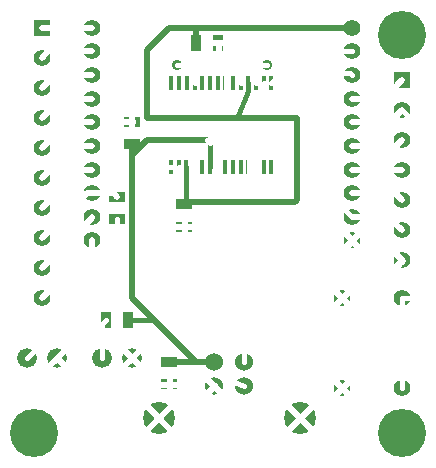
<source format=gtl>
G04 (created by PCBNEW (22-Jun-2014 BZR 4027)-stable) date 2014年08月05日 19時04分14秒*
%MOIN*%
G04 Gerber Fmt 3.4, Leading zero omitted, Abs format*
%FSLAX34Y34*%
G01*
G70*
G90*
G04 APERTURE LIST*
%ADD10C,0.00393701*%
%ADD11R,0.055X0.055*%
%ADD12C,0.055*%
%ADD13R,0.055X0.035*%
%ADD14R,0.035X0.055*%
%ADD15R,0.016X0.05*%
%ADD16C,0.06*%
%ADD17C,0.1063*%
%ADD18C,0.16*%
%ADD19C,0.066*%
%ADD20C,0.035*%
%ADD21C,0.02*%
%ADD22C,0.015*%
%ADD23C,0.01*%
G04 APERTURE END LIST*
G54D10*
G54D11*
X73250Y-52000D03*
G54D12*
X73250Y-53000D03*
X73250Y-54000D03*
X73250Y-55000D03*
X73250Y-56000D03*
X73250Y-57000D03*
X73250Y-58000D03*
X73250Y-59000D03*
X73250Y-60000D03*
X73250Y-61000D03*
G54D11*
X85250Y-53750D03*
G54D12*
X85250Y-54750D03*
X85250Y-55750D03*
X85250Y-56750D03*
X85250Y-57750D03*
X85250Y-58750D03*
X85250Y-59750D03*
G54D13*
X77500Y-63125D03*
X77500Y-63875D03*
X76250Y-55875D03*
X76250Y-55125D03*
G54D14*
X78375Y-52500D03*
X79125Y-52500D03*
G54D13*
X78000Y-57875D03*
X78000Y-58625D03*
G54D15*
X80900Y-53850D03*
X80650Y-53850D03*
X80390Y-53850D03*
X80130Y-53850D03*
X79880Y-53850D03*
X79620Y-53850D03*
X79360Y-53850D03*
X79110Y-53850D03*
X78850Y-53850D03*
X78600Y-53850D03*
X78340Y-53850D03*
X78080Y-53850D03*
X77830Y-53850D03*
X77570Y-53850D03*
X77570Y-56650D03*
X77830Y-56650D03*
X78070Y-56650D03*
X78340Y-56650D03*
X78600Y-56650D03*
X78850Y-56650D03*
X79110Y-56650D03*
X79360Y-56650D03*
X79620Y-56650D03*
X79880Y-56650D03*
X80130Y-56650D03*
X80390Y-56650D03*
X80650Y-56650D03*
X80900Y-56650D03*
G54D16*
X79000Y-63150D03*
X80000Y-63150D03*
X80000Y-63937D03*
X79000Y-63937D03*
G54D17*
X77138Y-65000D03*
X81862Y-65000D03*
G54D13*
X75750Y-57625D03*
X75750Y-58375D03*
G54D12*
X74919Y-52000D03*
X74919Y-55150D03*
X74919Y-56724D03*
X74919Y-55937D03*
X74919Y-53575D03*
X74919Y-54362D03*
X74919Y-52787D03*
X74919Y-58299D03*
X74919Y-59087D03*
X74919Y-57512D03*
X83581Y-57512D03*
X83581Y-59087D03*
X83581Y-58299D03*
X83581Y-52787D03*
X83581Y-54362D03*
X83581Y-53575D03*
X83581Y-55937D03*
X83581Y-56724D03*
X83581Y-55150D03*
X83581Y-52000D03*
G54D18*
X85250Y-52250D03*
X85250Y-65500D03*
X73000Y-65500D03*
G54D12*
X83250Y-64000D03*
X85250Y-64000D03*
X83250Y-61000D03*
X85250Y-61000D03*
G54D19*
X75250Y-63000D03*
X76250Y-63000D03*
G54D14*
X76125Y-61750D03*
X75375Y-61750D03*
G54D19*
X72750Y-63000D03*
X73750Y-63000D03*
G54D20*
X77750Y-53250D03*
X80750Y-53250D03*
G54D21*
X79750Y-55000D02*
X79250Y-55000D01*
X76750Y-55000D02*
X76750Y-52750D01*
X76750Y-52750D02*
X77500Y-52000D01*
X77500Y-52000D02*
X78500Y-52000D01*
X79250Y-55000D02*
X76750Y-55000D01*
X78375Y-52500D02*
X78375Y-52000D01*
X78375Y-52000D02*
X78500Y-52000D01*
X79750Y-55000D02*
X81750Y-55000D01*
X81695Y-57805D02*
X78070Y-57805D01*
X81750Y-57750D02*
X81695Y-57805D01*
X81750Y-55000D02*
X81750Y-57750D01*
X78070Y-57805D02*
X78000Y-57875D01*
G54D22*
X78070Y-56650D02*
X78070Y-57805D01*
X78070Y-57805D02*
X78000Y-57875D01*
G54D21*
X78500Y-52000D02*
X83581Y-52000D01*
G54D22*
X80130Y-54120D02*
X80130Y-53850D01*
X79750Y-55000D02*
X80130Y-54120D01*
X76125Y-61750D02*
X77000Y-61750D01*
G54D21*
X76250Y-56250D02*
X76250Y-55875D01*
X77500Y-63125D02*
X78375Y-63125D01*
X78375Y-63125D02*
X78400Y-63150D01*
G54D22*
X78850Y-56650D02*
X78850Y-55850D01*
G54D21*
X78400Y-63150D02*
X77000Y-61750D01*
X77000Y-61750D02*
X76250Y-61000D01*
X76250Y-61000D02*
X76250Y-56250D01*
X76250Y-56250D02*
X76750Y-55750D01*
X76750Y-55750D02*
X78750Y-55750D01*
X78400Y-63150D02*
X79000Y-63150D01*
%LPC*%
G54D22*
X78850Y-55850D02*
X78750Y-55750D01*
X78340Y-53850D02*
X78340Y-53340D01*
X78250Y-53250D02*
X77750Y-53250D01*
X78340Y-53340D02*
X78250Y-53250D01*
G54D21*
X74919Y-58299D02*
X74919Y-58331D01*
X74919Y-58331D02*
X73250Y-60000D01*
G54D22*
X77570Y-56650D02*
X77350Y-56650D01*
X79500Y-63750D02*
X80000Y-63937D01*
X79500Y-60750D02*
X79500Y-63750D01*
X79000Y-60250D02*
X79500Y-60750D01*
X77250Y-60250D02*
X79000Y-60250D01*
X76750Y-59750D02*
X77250Y-60250D01*
X76750Y-57250D02*
X76750Y-59750D01*
X77350Y-56650D02*
X76750Y-57250D01*
X77250Y-59500D02*
X80000Y-59500D01*
X77830Y-56920D02*
X77250Y-57500D01*
X77250Y-57500D02*
X77250Y-59500D01*
X77830Y-56650D02*
X77830Y-56920D01*
X80000Y-59500D02*
X80000Y-63150D01*
X80650Y-53850D02*
X80650Y-54400D01*
X82750Y-57468D02*
X83581Y-58299D01*
X82750Y-55250D02*
X82750Y-57468D01*
X82000Y-54500D02*
X82750Y-55250D01*
X80750Y-54500D02*
X82000Y-54500D01*
X80650Y-54400D02*
X80750Y-54500D01*
G54D21*
X83581Y-58299D02*
X84799Y-58299D01*
X84799Y-58299D02*
X85250Y-58750D01*
G54D22*
X85250Y-64000D02*
X85250Y-61000D01*
X85250Y-54750D02*
X85750Y-55250D01*
X85750Y-61000D02*
X85250Y-61000D01*
X85750Y-55250D02*
X85750Y-61000D01*
G54D21*
X83581Y-55150D02*
X84850Y-55150D01*
X84850Y-55150D02*
X85250Y-54750D01*
G54D22*
X80390Y-53850D02*
X80390Y-53360D01*
X80500Y-53250D02*
X80750Y-53250D01*
X80390Y-53360D02*
X80500Y-53250D01*
G54D21*
X74919Y-55150D02*
X74100Y-55150D01*
X74100Y-55150D02*
X73250Y-56000D01*
G54D22*
X79880Y-53850D02*
X79880Y-53370D01*
X80463Y-52787D02*
X83581Y-52787D01*
X79880Y-53370D02*
X80463Y-52787D01*
X80900Y-53850D02*
X81250Y-53500D01*
X83506Y-53500D02*
X83581Y-53575D01*
X81250Y-53500D02*
X83506Y-53500D01*
G54D21*
X74919Y-59087D02*
X74919Y-59331D01*
X74919Y-59331D02*
X73250Y-61000D01*
X83581Y-56724D02*
X85224Y-56724D01*
X85224Y-56724D02*
X85250Y-56750D01*
X74919Y-56724D02*
X74526Y-56724D01*
X74526Y-56724D02*
X73250Y-58000D01*
X74919Y-55937D02*
X74313Y-55937D01*
X74313Y-55937D02*
X73250Y-57000D01*
X74919Y-54362D02*
X73888Y-54362D01*
X73888Y-54362D02*
X73250Y-55000D01*
X74919Y-53575D02*
X73675Y-53575D01*
X73675Y-53575D02*
X73250Y-54000D01*
X74919Y-52787D02*
X73463Y-52787D01*
X73463Y-52787D02*
X73250Y-53000D01*
G54D22*
X75250Y-63000D02*
X75250Y-61875D01*
X75250Y-61875D02*
X75375Y-61750D01*
G54D21*
X83581Y-54362D02*
X84638Y-54362D01*
X84638Y-54362D02*
X85250Y-53750D01*
G54D22*
X75750Y-58375D02*
X75750Y-60000D01*
X73500Y-62250D02*
X72750Y-63000D01*
X75750Y-60000D02*
X73500Y-62250D01*
G54D21*
X74919Y-57512D02*
X75637Y-57512D01*
X75637Y-57512D02*
X75750Y-57625D01*
X74919Y-57512D02*
X74738Y-57512D01*
X74738Y-57512D02*
X73250Y-59000D01*
X83581Y-55937D02*
X85063Y-55937D01*
X85063Y-55937D02*
X85250Y-55750D01*
X83581Y-57512D02*
X85012Y-57512D01*
X85012Y-57512D02*
X85250Y-57750D01*
X74919Y-52000D02*
X73250Y-52000D01*
G54D10*
G36*
X83420Y-52393D02*
X83340Y-52426D01*
X83220Y-52545D01*
X83214Y-52562D01*
X80463Y-52562D01*
X80462Y-52562D01*
X80376Y-52579D01*
X80303Y-52627D01*
X80303Y-52627D01*
X79720Y-53210D01*
X79672Y-53283D01*
X79669Y-53298D01*
X79654Y-53370D01*
X79655Y-53370D01*
X79655Y-53449D01*
X79510Y-53449D01*
X79490Y-53458D01*
X79469Y-53449D01*
X79450Y-53449D01*
X79450Y-52745D01*
X79450Y-52587D01*
X79412Y-52550D01*
X79175Y-52550D01*
X79175Y-52887D01*
X79212Y-52925D01*
X79329Y-52925D01*
X79384Y-52902D01*
X79427Y-52860D01*
X79449Y-52804D01*
X79450Y-52745D01*
X79450Y-53449D01*
X79437Y-53450D01*
X79400Y-53487D01*
X79400Y-53546D01*
X79390Y-53570D01*
X79389Y-53629D01*
X79389Y-54129D01*
X79400Y-54153D01*
X79400Y-54212D01*
X79437Y-54250D01*
X79469Y-54250D01*
X79489Y-54241D01*
X79510Y-54249D01*
X79569Y-54250D01*
X79729Y-54250D01*
X79749Y-54241D01*
X79770Y-54249D01*
X79829Y-54250D01*
X79613Y-54750D01*
X79340Y-54750D01*
X79340Y-54070D01*
X79340Y-53570D01*
X79320Y-53521D01*
X79320Y-53487D01*
X79282Y-53450D01*
X79250Y-53449D01*
X79235Y-53456D01*
X79219Y-53450D01*
X79160Y-53449D01*
X79075Y-53449D01*
X79075Y-52887D01*
X79075Y-52550D01*
X78837Y-52550D01*
X78800Y-52587D01*
X78799Y-52745D01*
X78800Y-52804D01*
X78822Y-52860D01*
X78865Y-52902D01*
X78920Y-52925D01*
X79037Y-52925D01*
X79075Y-52887D01*
X79075Y-53449D01*
X79000Y-53449D01*
X78980Y-53458D01*
X78959Y-53450D01*
X78900Y-53449D01*
X78740Y-53449D01*
X78725Y-53456D01*
X78709Y-53450D01*
X78650Y-53449D01*
X78565Y-53449D01*
X78565Y-53340D01*
X78565Y-53340D01*
X78565Y-53340D01*
X78550Y-53268D01*
X78547Y-53253D01*
X78547Y-53253D01*
X78499Y-53180D01*
X78499Y-53180D01*
X78409Y-53090D01*
X78336Y-53042D01*
X78321Y-53039D01*
X78250Y-53024D01*
X78249Y-53025D01*
X77984Y-53025D01*
X77934Y-52974D01*
X77814Y-52925D01*
X77685Y-52924D01*
X77566Y-52974D01*
X77474Y-53065D01*
X77425Y-53185D01*
X77424Y-53314D01*
X77474Y-53433D01*
X77490Y-53449D01*
X77460Y-53449D01*
X77405Y-53472D01*
X77362Y-53514D01*
X77340Y-53570D01*
X77339Y-53629D01*
X77339Y-54129D01*
X77362Y-54184D01*
X77404Y-54227D01*
X77460Y-54249D01*
X77519Y-54250D01*
X77679Y-54250D01*
X77699Y-54241D01*
X77720Y-54249D01*
X77779Y-54250D01*
X77939Y-54250D01*
X77954Y-54243D01*
X77970Y-54249D01*
X78029Y-54250D01*
X78189Y-54250D01*
X78209Y-54241D01*
X78230Y-54249D01*
X78289Y-54250D01*
X78449Y-54250D01*
X78469Y-54241D01*
X78490Y-54249D01*
X78549Y-54250D01*
X78709Y-54250D01*
X78724Y-54243D01*
X78740Y-54249D01*
X78799Y-54250D01*
X78959Y-54250D01*
X78979Y-54241D01*
X79000Y-54249D01*
X79059Y-54250D01*
X79219Y-54250D01*
X79235Y-54243D01*
X79250Y-54250D01*
X79282Y-54250D01*
X79320Y-54212D01*
X79320Y-54178D01*
X79339Y-54129D01*
X79340Y-54070D01*
X79340Y-54750D01*
X79250Y-54750D01*
X77000Y-54750D01*
X77000Y-52853D01*
X77603Y-52250D01*
X78049Y-52250D01*
X78049Y-52254D01*
X78049Y-52804D01*
X78072Y-52859D01*
X78114Y-52902D01*
X78170Y-52924D01*
X78229Y-52925D01*
X78579Y-52925D01*
X78634Y-52902D01*
X78677Y-52860D01*
X78699Y-52804D01*
X78700Y-52745D01*
X78700Y-52250D01*
X78799Y-52250D01*
X78799Y-52254D01*
X78800Y-52412D01*
X78837Y-52450D01*
X79075Y-52450D01*
X79075Y-52442D01*
X79175Y-52442D01*
X79175Y-52450D01*
X79412Y-52450D01*
X79450Y-52412D01*
X79450Y-52254D01*
X79450Y-52250D01*
X83230Y-52250D01*
X83339Y-52360D01*
X83420Y-52393D01*
X83420Y-52393D01*
G37*
G54D23*
X83420Y-52393D02*
X83340Y-52426D01*
X83220Y-52545D01*
X83214Y-52562D01*
X80463Y-52562D01*
X80462Y-52562D01*
X80376Y-52579D01*
X80303Y-52627D01*
X80303Y-52627D01*
X79720Y-53210D01*
X79672Y-53283D01*
X79669Y-53298D01*
X79654Y-53370D01*
X79655Y-53370D01*
X79655Y-53449D01*
X79510Y-53449D01*
X79490Y-53458D01*
X79469Y-53449D01*
X79450Y-53449D01*
X79450Y-52745D01*
X79450Y-52587D01*
X79412Y-52550D01*
X79175Y-52550D01*
X79175Y-52887D01*
X79212Y-52925D01*
X79329Y-52925D01*
X79384Y-52902D01*
X79427Y-52860D01*
X79449Y-52804D01*
X79450Y-52745D01*
X79450Y-53449D01*
X79437Y-53450D01*
X79400Y-53487D01*
X79400Y-53546D01*
X79390Y-53570D01*
X79389Y-53629D01*
X79389Y-54129D01*
X79400Y-54153D01*
X79400Y-54212D01*
X79437Y-54250D01*
X79469Y-54250D01*
X79489Y-54241D01*
X79510Y-54249D01*
X79569Y-54250D01*
X79729Y-54250D01*
X79749Y-54241D01*
X79770Y-54249D01*
X79829Y-54250D01*
X79613Y-54750D01*
X79340Y-54750D01*
X79340Y-54070D01*
X79340Y-53570D01*
X79320Y-53521D01*
X79320Y-53487D01*
X79282Y-53450D01*
X79250Y-53449D01*
X79235Y-53456D01*
X79219Y-53450D01*
X79160Y-53449D01*
X79075Y-53449D01*
X79075Y-52887D01*
X79075Y-52550D01*
X78837Y-52550D01*
X78800Y-52587D01*
X78799Y-52745D01*
X78800Y-52804D01*
X78822Y-52860D01*
X78865Y-52902D01*
X78920Y-52925D01*
X79037Y-52925D01*
X79075Y-52887D01*
X79075Y-53449D01*
X79000Y-53449D01*
X78980Y-53458D01*
X78959Y-53450D01*
X78900Y-53449D01*
X78740Y-53449D01*
X78725Y-53456D01*
X78709Y-53450D01*
X78650Y-53449D01*
X78565Y-53449D01*
X78565Y-53340D01*
X78565Y-53340D01*
X78565Y-53340D01*
X78550Y-53268D01*
X78547Y-53253D01*
X78547Y-53253D01*
X78499Y-53180D01*
X78499Y-53180D01*
X78409Y-53090D01*
X78336Y-53042D01*
X78321Y-53039D01*
X78250Y-53024D01*
X78249Y-53025D01*
X77984Y-53025D01*
X77934Y-52974D01*
X77814Y-52925D01*
X77685Y-52924D01*
X77566Y-52974D01*
X77474Y-53065D01*
X77425Y-53185D01*
X77424Y-53314D01*
X77474Y-53433D01*
X77490Y-53449D01*
X77460Y-53449D01*
X77405Y-53472D01*
X77362Y-53514D01*
X77340Y-53570D01*
X77339Y-53629D01*
X77339Y-54129D01*
X77362Y-54184D01*
X77404Y-54227D01*
X77460Y-54249D01*
X77519Y-54250D01*
X77679Y-54250D01*
X77699Y-54241D01*
X77720Y-54249D01*
X77779Y-54250D01*
X77939Y-54250D01*
X77954Y-54243D01*
X77970Y-54249D01*
X78029Y-54250D01*
X78189Y-54250D01*
X78209Y-54241D01*
X78230Y-54249D01*
X78289Y-54250D01*
X78449Y-54250D01*
X78469Y-54241D01*
X78490Y-54249D01*
X78549Y-54250D01*
X78709Y-54250D01*
X78724Y-54243D01*
X78740Y-54249D01*
X78799Y-54250D01*
X78959Y-54250D01*
X78979Y-54241D01*
X79000Y-54249D01*
X79059Y-54250D01*
X79219Y-54250D01*
X79235Y-54243D01*
X79250Y-54250D01*
X79282Y-54250D01*
X79320Y-54212D01*
X79320Y-54178D01*
X79339Y-54129D01*
X79340Y-54070D01*
X79340Y-54750D01*
X79250Y-54750D01*
X77000Y-54750D01*
X77000Y-52853D01*
X77603Y-52250D01*
X78049Y-52250D01*
X78049Y-52254D01*
X78049Y-52804D01*
X78072Y-52859D01*
X78114Y-52902D01*
X78170Y-52924D01*
X78229Y-52925D01*
X78579Y-52925D01*
X78634Y-52902D01*
X78677Y-52860D01*
X78699Y-52804D01*
X78700Y-52745D01*
X78700Y-52250D01*
X78799Y-52250D01*
X78799Y-52254D01*
X78800Y-52412D01*
X78837Y-52450D01*
X79075Y-52450D01*
X79075Y-52442D01*
X79175Y-52442D01*
X79175Y-52450D01*
X79412Y-52450D01*
X79450Y-52412D01*
X79450Y-52254D01*
X79450Y-52250D01*
X83230Y-52250D01*
X83339Y-52360D01*
X83420Y-52393D01*
G54D10*
G36*
X86200Y-65311D02*
X86055Y-64962D01*
X85975Y-64881D01*
X85975Y-55250D01*
X85960Y-55178D01*
X85957Y-55163D01*
X85957Y-55163D01*
X85909Y-55090D01*
X85909Y-55090D01*
X85668Y-54850D01*
X85674Y-54834D01*
X85675Y-54665D01*
X85610Y-54509D01*
X85491Y-54389D01*
X85334Y-54325D01*
X85165Y-54324D01*
X85009Y-54389D01*
X84889Y-54508D01*
X84825Y-54665D01*
X84824Y-54821D01*
X84746Y-54900D01*
X83931Y-54900D01*
X83822Y-54789D01*
X83740Y-54755D01*
X83821Y-54722D01*
X83932Y-54612D01*
X84638Y-54612D01*
X84733Y-54592D01*
X84814Y-54538D01*
X85178Y-54175D01*
X85554Y-54175D01*
X85609Y-54152D01*
X85652Y-54110D01*
X85674Y-54054D01*
X85675Y-53995D01*
X85675Y-53445D01*
X85652Y-53390D01*
X85610Y-53347D01*
X85554Y-53325D01*
X85495Y-53324D01*
X84945Y-53324D01*
X84890Y-53347D01*
X84847Y-53389D01*
X84825Y-53445D01*
X84824Y-53504D01*
X84824Y-53821D01*
X84534Y-54112D01*
X83931Y-54112D01*
X83822Y-54001D01*
X83741Y-53968D01*
X83821Y-53935D01*
X83941Y-53816D01*
X84005Y-53659D01*
X84006Y-53490D01*
X83941Y-53334D01*
X83822Y-53214D01*
X83740Y-53180D01*
X83821Y-53147D01*
X83941Y-53028D01*
X84005Y-52871D01*
X84006Y-52702D01*
X83941Y-52546D01*
X83822Y-52426D01*
X83741Y-52393D01*
X83821Y-52360D01*
X83941Y-52241D01*
X84005Y-52084D01*
X84006Y-51915D01*
X83941Y-51759D01*
X83822Y-51639D01*
X83665Y-51575D01*
X83496Y-51574D01*
X83340Y-51639D01*
X83229Y-51750D01*
X78500Y-51750D01*
X78375Y-51750D01*
X77500Y-51750D01*
X77499Y-51750D01*
X77480Y-51753D01*
X77404Y-51769D01*
X77323Y-51823D01*
X77323Y-51823D01*
X76573Y-52573D01*
X76519Y-52654D01*
X76500Y-52750D01*
X76500Y-54799D01*
X76495Y-54799D01*
X76337Y-54800D01*
X76300Y-54837D01*
X76300Y-55075D01*
X76307Y-55075D01*
X76307Y-55175D01*
X76300Y-55175D01*
X76300Y-55412D01*
X76337Y-55450D01*
X76495Y-55450D01*
X76554Y-55449D01*
X76610Y-55427D01*
X76652Y-55384D01*
X76675Y-55329D01*
X76675Y-55235D01*
X76750Y-55250D01*
X79250Y-55250D01*
X79750Y-55250D01*
X81500Y-55250D01*
X81500Y-57555D01*
X81130Y-57555D01*
X81130Y-56870D01*
X81130Y-56370D01*
X81107Y-56315D01*
X81065Y-56272D01*
X81009Y-56250D01*
X80950Y-56249D01*
X80790Y-56249D01*
X80775Y-56256D01*
X80759Y-56250D01*
X80700Y-56249D01*
X80540Y-56249D01*
X80520Y-56258D01*
X80499Y-56249D01*
X80467Y-56250D01*
X80430Y-56287D01*
X80430Y-56346D01*
X80420Y-56370D01*
X80419Y-56429D01*
X80419Y-56929D01*
X80430Y-56953D01*
X80430Y-57012D01*
X80467Y-57050D01*
X80499Y-57050D01*
X80519Y-57041D01*
X80540Y-57049D01*
X80599Y-57050D01*
X80759Y-57050D01*
X80774Y-57043D01*
X80790Y-57049D01*
X80849Y-57050D01*
X81009Y-57050D01*
X81064Y-57027D01*
X81107Y-56985D01*
X81129Y-56929D01*
X81130Y-56870D01*
X81130Y-57555D01*
X80360Y-57555D01*
X80360Y-56870D01*
X80360Y-56429D01*
X80359Y-56370D01*
X80350Y-56346D01*
X80350Y-56287D01*
X80312Y-56250D01*
X80280Y-56249D01*
X80260Y-56258D01*
X80239Y-56249D01*
X80207Y-56250D01*
X80170Y-56287D01*
X80170Y-56346D01*
X80160Y-56370D01*
X80159Y-56429D01*
X80160Y-56562D01*
X80170Y-56572D01*
X80170Y-56600D01*
X80197Y-56600D01*
X80322Y-56600D01*
X80350Y-56600D01*
X80350Y-56572D01*
X80360Y-56562D01*
X80360Y-56429D01*
X80360Y-56870D01*
X80360Y-56737D01*
X80350Y-56727D01*
X80350Y-56700D01*
X80322Y-56700D01*
X80197Y-56700D01*
X80170Y-56700D01*
X80170Y-56727D01*
X80160Y-56737D01*
X80159Y-56870D01*
X80160Y-56929D01*
X80170Y-56953D01*
X80170Y-57012D01*
X80207Y-57050D01*
X80239Y-57050D01*
X80260Y-57041D01*
X80280Y-57050D01*
X80312Y-57050D01*
X80350Y-57012D01*
X80350Y-56953D01*
X80359Y-56929D01*
X80360Y-56870D01*
X80360Y-57555D01*
X80110Y-57555D01*
X80110Y-56870D01*
X80110Y-56370D01*
X80090Y-56321D01*
X80090Y-56287D01*
X80052Y-56250D01*
X80020Y-56249D01*
X80005Y-56256D01*
X79989Y-56250D01*
X79930Y-56249D01*
X79770Y-56249D01*
X79750Y-56258D01*
X79729Y-56250D01*
X79670Y-56249D01*
X79510Y-56249D01*
X79490Y-56258D01*
X79469Y-56250D01*
X79410Y-56249D01*
X79250Y-56249D01*
X79235Y-56256D01*
X79219Y-56249D01*
X79187Y-56250D01*
X79150Y-56287D01*
X79150Y-56321D01*
X79130Y-56370D01*
X79129Y-56429D01*
X79129Y-56929D01*
X79150Y-56978D01*
X79150Y-57012D01*
X79187Y-57050D01*
X79219Y-57050D01*
X79234Y-57043D01*
X79250Y-57049D01*
X79309Y-57050D01*
X79469Y-57050D01*
X79489Y-57041D01*
X79510Y-57049D01*
X79569Y-57050D01*
X79729Y-57050D01*
X79749Y-57041D01*
X79770Y-57049D01*
X79829Y-57050D01*
X79989Y-57050D01*
X80005Y-57043D01*
X80020Y-57050D01*
X80052Y-57050D01*
X80090Y-57012D01*
X80090Y-56978D01*
X80109Y-56929D01*
X80110Y-56870D01*
X80110Y-57555D01*
X78316Y-57555D01*
X78304Y-57550D01*
X78295Y-57550D01*
X78295Y-57017D01*
X78300Y-57012D01*
X78300Y-56900D01*
X78300Y-56870D01*
X78300Y-56370D01*
X78300Y-56370D01*
X78300Y-56287D01*
X78262Y-56250D01*
X78230Y-56249D01*
X78205Y-56260D01*
X78179Y-56250D01*
X78120Y-56249D01*
X77960Y-56249D01*
X77950Y-56254D01*
X77939Y-56250D01*
X77880Y-56249D01*
X77720Y-56249D01*
X77700Y-56258D01*
X77679Y-56250D01*
X77620Y-56249D01*
X77460Y-56249D01*
X77405Y-56272D01*
X77362Y-56314D01*
X77340Y-56370D01*
X77339Y-56426D01*
X77263Y-56442D01*
X77190Y-56490D01*
X77190Y-56490D01*
X76590Y-57090D01*
X76542Y-57163D01*
X76539Y-57178D01*
X76524Y-57250D01*
X76525Y-57250D01*
X76525Y-59749D01*
X76524Y-59750D01*
X76539Y-59821D01*
X76542Y-59836D01*
X76590Y-59909D01*
X77090Y-60409D01*
X77090Y-60409D01*
X77163Y-60457D01*
X77163Y-60457D01*
X77178Y-60460D01*
X77250Y-60475D01*
X77250Y-60475D01*
X77250Y-60475D01*
X78906Y-60475D01*
X79275Y-60843D01*
X79275Y-62788D01*
X79255Y-62768D01*
X79089Y-62700D01*
X78910Y-62699D01*
X78745Y-62768D01*
X78618Y-62894D01*
X78616Y-62900D01*
X78503Y-62900D01*
X77176Y-61573D01*
X77176Y-61573D01*
X76500Y-60896D01*
X76500Y-56353D01*
X76853Y-56000D01*
X78625Y-56000D01*
X78625Y-56249D01*
X78490Y-56249D01*
X78470Y-56258D01*
X78449Y-56249D01*
X78417Y-56250D01*
X78380Y-56287D01*
X78380Y-56346D01*
X78370Y-56370D01*
X78369Y-56429D01*
X78369Y-56929D01*
X78380Y-56953D01*
X78380Y-57012D01*
X78417Y-57050D01*
X78449Y-57050D01*
X78469Y-57041D01*
X78490Y-57049D01*
X78549Y-57050D01*
X78709Y-57050D01*
X78724Y-57043D01*
X78740Y-57049D01*
X78799Y-57050D01*
X78959Y-57050D01*
X78980Y-57041D01*
X79000Y-57050D01*
X79032Y-57050D01*
X79070Y-57012D01*
X79070Y-56953D01*
X79079Y-56929D01*
X79080Y-56870D01*
X79080Y-56370D01*
X79075Y-56358D01*
X79075Y-55850D01*
X79057Y-55763D01*
X79057Y-55763D01*
X79009Y-55690D01*
X79009Y-55690D01*
X78983Y-55664D01*
X78980Y-55654D01*
X78926Y-55573D01*
X78845Y-55519D01*
X78750Y-55500D01*
X76750Y-55500D01*
X76654Y-55519D01*
X76587Y-55563D01*
X76554Y-55550D01*
X76495Y-55549D01*
X76200Y-55549D01*
X76200Y-55412D01*
X76200Y-55175D01*
X76200Y-55075D01*
X76200Y-54837D01*
X76162Y-54800D01*
X76004Y-54799D01*
X75945Y-54800D01*
X75889Y-54822D01*
X75847Y-54865D01*
X75824Y-54920D01*
X75825Y-55037D01*
X75862Y-55075D01*
X76200Y-55075D01*
X76200Y-55175D01*
X75862Y-55175D01*
X75825Y-55212D01*
X75824Y-55329D01*
X75847Y-55384D01*
X75889Y-55427D01*
X75945Y-55449D01*
X76004Y-55450D01*
X76162Y-55450D01*
X76200Y-55412D01*
X76200Y-55549D01*
X75945Y-55549D01*
X75890Y-55572D01*
X75847Y-55614D01*
X75825Y-55670D01*
X75824Y-55729D01*
X75824Y-56079D01*
X75847Y-56134D01*
X75889Y-56177D01*
X75945Y-56199D01*
X76000Y-56200D01*
X76000Y-56250D01*
X76000Y-57299D01*
X75995Y-57299D01*
X75761Y-57299D01*
X75732Y-57281D01*
X75637Y-57262D01*
X75269Y-57262D01*
X75160Y-57151D01*
X75078Y-57117D01*
X75159Y-57084D01*
X75279Y-56965D01*
X75343Y-56808D01*
X75344Y-56639D01*
X75279Y-56483D01*
X75160Y-56363D01*
X75079Y-56330D01*
X75159Y-56297D01*
X75279Y-56178D01*
X75343Y-56021D01*
X75344Y-55852D01*
X75279Y-55696D01*
X75160Y-55576D01*
X75079Y-55543D01*
X75159Y-55510D01*
X75279Y-55391D01*
X75343Y-55234D01*
X75344Y-55065D01*
X75279Y-54909D01*
X75160Y-54789D01*
X75078Y-54755D01*
X75159Y-54722D01*
X75279Y-54603D01*
X75343Y-54446D01*
X75344Y-54277D01*
X75279Y-54121D01*
X75160Y-54001D01*
X75079Y-53968D01*
X75159Y-53935D01*
X75279Y-53816D01*
X75343Y-53659D01*
X75344Y-53490D01*
X75279Y-53334D01*
X75160Y-53214D01*
X75078Y-53180D01*
X75159Y-53147D01*
X75279Y-53028D01*
X75343Y-52871D01*
X75344Y-52702D01*
X75279Y-52546D01*
X75160Y-52426D01*
X75079Y-52393D01*
X75159Y-52360D01*
X75279Y-52241D01*
X75343Y-52084D01*
X75344Y-51915D01*
X75279Y-51759D01*
X75160Y-51639D01*
X75003Y-51575D01*
X74834Y-51574D01*
X74678Y-51639D01*
X74567Y-51750D01*
X73675Y-51750D01*
X73675Y-51695D01*
X73652Y-51640D01*
X73610Y-51597D01*
X73554Y-51575D01*
X73495Y-51574D01*
X72945Y-51574D01*
X72890Y-51597D01*
X72847Y-51639D01*
X72825Y-51695D01*
X72824Y-51754D01*
X72824Y-52304D01*
X72847Y-52359D01*
X72889Y-52402D01*
X72945Y-52424D01*
X73004Y-52425D01*
X73554Y-52425D01*
X73609Y-52402D01*
X73652Y-52360D01*
X73674Y-52304D01*
X73675Y-52250D01*
X74568Y-52250D01*
X74677Y-52360D01*
X74758Y-52393D01*
X74678Y-52426D01*
X74567Y-52537D01*
X73463Y-52537D01*
X73462Y-52537D01*
X73443Y-52540D01*
X73367Y-52556D01*
X73337Y-52576D01*
X73334Y-52575D01*
X73165Y-52574D01*
X73009Y-52639D01*
X72889Y-52758D01*
X72825Y-52915D01*
X72824Y-53084D01*
X72889Y-53240D01*
X73008Y-53360D01*
X73165Y-53424D01*
X73334Y-53425D01*
X73490Y-53360D01*
X73610Y-53241D01*
X73674Y-53084D01*
X73674Y-53037D01*
X74568Y-53037D01*
X74677Y-53147D01*
X74759Y-53181D01*
X74678Y-53214D01*
X74567Y-53325D01*
X73675Y-53325D01*
X73579Y-53344D01*
X73498Y-53398D01*
X73498Y-53398D01*
X73321Y-53575D01*
X73165Y-53574D01*
X73009Y-53639D01*
X72889Y-53758D01*
X72825Y-53915D01*
X72824Y-54084D01*
X72889Y-54240D01*
X73008Y-54360D01*
X73165Y-54424D01*
X73334Y-54425D01*
X73490Y-54360D01*
X73610Y-54241D01*
X73674Y-54084D01*
X73675Y-53928D01*
X73778Y-53825D01*
X74568Y-53825D01*
X74677Y-53935D01*
X74758Y-53968D01*
X74678Y-54001D01*
X74567Y-54112D01*
X73888Y-54112D01*
X73792Y-54131D01*
X73711Y-54185D01*
X73321Y-54575D01*
X73165Y-54574D01*
X73009Y-54639D01*
X72889Y-54758D01*
X72825Y-54915D01*
X72824Y-55084D01*
X72889Y-55240D01*
X73008Y-55360D01*
X73165Y-55424D01*
X73334Y-55425D01*
X73490Y-55360D01*
X73610Y-55241D01*
X73674Y-55084D01*
X73675Y-54928D01*
X73991Y-54612D01*
X74568Y-54612D01*
X74677Y-54722D01*
X74759Y-54756D01*
X74678Y-54789D01*
X74567Y-54900D01*
X74100Y-54900D01*
X74004Y-54919D01*
X73923Y-54973D01*
X73321Y-55575D01*
X73165Y-55574D01*
X73009Y-55639D01*
X72889Y-55758D01*
X72825Y-55915D01*
X72824Y-56084D01*
X72889Y-56240D01*
X73008Y-56360D01*
X73165Y-56424D01*
X73334Y-56425D01*
X73490Y-56360D01*
X73610Y-56241D01*
X73674Y-56084D01*
X73675Y-55928D01*
X74203Y-55400D01*
X74568Y-55400D01*
X74677Y-55510D01*
X74758Y-55543D01*
X74678Y-55576D01*
X74567Y-55687D01*
X74313Y-55687D01*
X74312Y-55687D01*
X74293Y-55690D01*
X74217Y-55706D01*
X74136Y-55760D01*
X74136Y-55760D01*
X73321Y-56575D01*
X73165Y-56574D01*
X73009Y-56639D01*
X72889Y-56758D01*
X72825Y-56915D01*
X72824Y-57084D01*
X72889Y-57240D01*
X73008Y-57360D01*
X73165Y-57424D01*
X73334Y-57425D01*
X73490Y-57360D01*
X73610Y-57241D01*
X73674Y-57084D01*
X73675Y-56928D01*
X74416Y-56187D01*
X74568Y-56187D01*
X74677Y-56297D01*
X74758Y-56330D01*
X74678Y-56363D01*
X74567Y-56474D01*
X74526Y-56474D01*
X74525Y-56474D01*
X74506Y-56477D01*
X74430Y-56493D01*
X74349Y-56547D01*
X74349Y-56547D01*
X73321Y-57575D01*
X73165Y-57574D01*
X73009Y-57639D01*
X72889Y-57758D01*
X72825Y-57915D01*
X72824Y-58084D01*
X72889Y-58240D01*
X73008Y-58360D01*
X73165Y-58424D01*
X73334Y-58425D01*
X73490Y-58360D01*
X73610Y-58241D01*
X73674Y-58084D01*
X73675Y-57928D01*
X74598Y-57004D01*
X74677Y-57084D01*
X74759Y-57118D01*
X74678Y-57151D01*
X74558Y-57270D01*
X74511Y-57384D01*
X73321Y-58575D01*
X73165Y-58574D01*
X73009Y-58639D01*
X72889Y-58758D01*
X72825Y-58915D01*
X72824Y-59084D01*
X72889Y-59240D01*
X73008Y-59360D01*
X73165Y-59424D01*
X73334Y-59425D01*
X73490Y-59360D01*
X73610Y-59241D01*
X73674Y-59084D01*
X73675Y-58928D01*
X74715Y-57887D01*
X74758Y-57905D01*
X74678Y-57938D01*
X74558Y-58057D01*
X74494Y-58214D01*
X74493Y-58383D01*
X74499Y-58396D01*
X73321Y-59575D01*
X73165Y-59574D01*
X73009Y-59639D01*
X72889Y-59758D01*
X72825Y-59915D01*
X72824Y-60084D01*
X72889Y-60240D01*
X73008Y-60360D01*
X73165Y-60424D01*
X73334Y-60425D01*
X73490Y-60360D01*
X73610Y-60241D01*
X73674Y-60084D01*
X73675Y-59928D01*
X74493Y-59109D01*
X74493Y-59171D01*
X74558Y-59327D01*
X74563Y-59332D01*
X73321Y-60575D01*
X73165Y-60574D01*
X73009Y-60639D01*
X72889Y-60758D01*
X72825Y-60915D01*
X72824Y-61084D01*
X72889Y-61240D01*
X73008Y-61360D01*
X73165Y-61424D01*
X73334Y-61425D01*
X73490Y-61360D01*
X73610Y-61241D01*
X73674Y-61084D01*
X73675Y-60928D01*
X75095Y-59507D01*
X75095Y-59507D01*
X75095Y-59507D01*
X75127Y-59460D01*
X75159Y-59447D01*
X75279Y-59328D01*
X75343Y-59171D01*
X75344Y-59002D01*
X75279Y-58846D01*
X75160Y-58726D01*
X75078Y-58692D01*
X75159Y-58659D01*
X75279Y-58540D01*
X75324Y-58429D01*
X75324Y-58579D01*
X75347Y-58634D01*
X75389Y-58677D01*
X75445Y-58699D01*
X75504Y-58700D01*
X75525Y-58700D01*
X75525Y-59906D01*
X73340Y-62090D01*
X73340Y-62090D01*
X72892Y-62539D01*
X72845Y-62520D01*
X72654Y-62519D01*
X72478Y-62592D01*
X72343Y-62727D01*
X72270Y-62904D01*
X72269Y-63095D01*
X72342Y-63271D01*
X72477Y-63406D01*
X72654Y-63479D01*
X72845Y-63480D01*
X73021Y-63407D01*
X73156Y-63272D01*
X73229Y-63095D01*
X73230Y-62904D01*
X73210Y-62857D01*
X73373Y-62694D01*
X73397Y-62717D01*
X73326Y-62754D01*
X73264Y-62934D01*
X73276Y-63125D01*
X73326Y-63245D01*
X73397Y-63282D01*
X73679Y-63000D01*
X73673Y-62994D01*
X73744Y-62923D01*
X73750Y-62929D01*
X74032Y-62647D01*
X73995Y-62576D01*
X73815Y-62514D01*
X73624Y-62526D01*
X73504Y-62576D01*
X73467Y-62647D01*
X73444Y-62623D01*
X73659Y-62409D01*
X73659Y-62409D01*
X73659Y-62409D01*
X75909Y-60159D01*
X75909Y-60159D01*
X75909Y-60159D01*
X75957Y-60086D01*
X75975Y-60000D01*
X75975Y-58700D01*
X76000Y-58700D01*
X76000Y-61000D01*
X76019Y-61095D01*
X76073Y-61176D01*
X76221Y-61324D01*
X75920Y-61324D01*
X75865Y-61347D01*
X75822Y-61389D01*
X75800Y-61445D01*
X75799Y-61504D01*
X75799Y-62054D01*
X75822Y-62109D01*
X75864Y-62152D01*
X75920Y-62174D01*
X75979Y-62175D01*
X76329Y-62175D01*
X76384Y-62152D01*
X76427Y-62110D01*
X76449Y-62054D01*
X76450Y-61995D01*
X76450Y-61975D01*
X76871Y-61975D01*
X77696Y-62799D01*
X77195Y-62799D01*
X77140Y-62822D01*
X77097Y-62864D01*
X77075Y-62920D01*
X77074Y-62979D01*
X77074Y-63329D01*
X77097Y-63384D01*
X77139Y-63427D01*
X77195Y-63449D01*
X77254Y-63450D01*
X77804Y-63450D01*
X77859Y-63427D01*
X77902Y-63385D01*
X77906Y-63375D01*
X78295Y-63375D01*
X78295Y-63375D01*
X78295Y-63375D01*
X78304Y-63380D01*
X78304Y-63380D01*
X78400Y-63400D01*
X78616Y-63400D01*
X78618Y-63404D01*
X78744Y-63531D01*
X78770Y-63542D01*
X78739Y-63605D01*
X79000Y-63866D01*
X79005Y-63860D01*
X79076Y-63931D01*
X79070Y-63937D01*
X79331Y-64197D01*
X79398Y-64164D01*
X79455Y-63994D01*
X79453Y-63972D01*
X79549Y-64008D01*
X79549Y-64026D01*
X79618Y-64191D01*
X79744Y-64318D01*
X79910Y-64386D01*
X80089Y-64387D01*
X80254Y-64318D01*
X80381Y-64192D01*
X80449Y-64026D01*
X80450Y-63847D01*
X80381Y-63682D01*
X80255Y-63555D01*
X80225Y-63543D01*
X80254Y-63531D01*
X80381Y-63405D01*
X80449Y-63239D01*
X80450Y-63060D01*
X80381Y-62895D01*
X80255Y-62768D01*
X80225Y-62756D01*
X80225Y-59500D01*
X80207Y-59413D01*
X80159Y-59340D01*
X80086Y-59292D01*
X80000Y-59275D01*
X78425Y-59275D01*
X78425Y-58829D01*
X78425Y-58420D01*
X78402Y-58365D01*
X78360Y-58322D01*
X78304Y-58300D01*
X78245Y-58299D01*
X78087Y-58300D01*
X78050Y-58337D01*
X78050Y-58575D01*
X78387Y-58575D01*
X78425Y-58537D01*
X78425Y-58420D01*
X78425Y-58829D01*
X78425Y-58712D01*
X78387Y-58675D01*
X78050Y-58675D01*
X78050Y-58912D01*
X78087Y-58950D01*
X78245Y-58950D01*
X78304Y-58949D01*
X78360Y-58927D01*
X78402Y-58884D01*
X78425Y-58829D01*
X78425Y-59275D01*
X77950Y-59275D01*
X77950Y-58912D01*
X77950Y-58675D01*
X77950Y-58575D01*
X77950Y-58337D01*
X77912Y-58300D01*
X77754Y-58299D01*
X77695Y-58300D01*
X77639Y-58322D01*
X77597Y-58365D01*
X77574Y-58420D01*
X77575Y-58537D01*
X77612Y-58575D01*
X77950Y-58575D01*
X77950Y-58675D01*
X77612Y-58675D01*
X77575Y-58712D01*
X77574Y-58829D01*
X77597Y-58884D01*
X77639Y-58927D01*
X77695Y-58949D01*
X77754Y-58950D01*
X77912Y-58950D01*
X77950Y-58912D01*
X77950Y-59275D01*
X77475Y-59275D01*
X77475Y-57593D01*
X77845Y-57223D01*
X77845Y-57549D01*
X77695Y-57549D01*
X77640Y-57572D01*
X77597Y-57614D01*
X77575Y-57670D01*
X77574Y-57729D01*
X77574Y-58079D01*
X77597Y-58134D01*
X77639Y-58177D01*
X77695Y-58199D01*
X77754Y-58200D01*
X78304Y-58200D01*
X78359Y-58177D01*
X78402Y-58135D01*
X78424Y-58079D01*
X78424Y-58055D01*
X81695Y-58055D01*
X81790Y-58035D01*
X81871Y-57981D01*
X81926Y-57926D01*
X81926Y-57926D01*
X81926Y-57926D01*
X81980Y-57845D01*
X81980Y-57845D01*
X82000Y-57750D01*
X82000Y-55000D01*
X81980Y-54904D01*
X81926Y-54823D01*
X81845Y-54769D01*
X81750Y-54750D01*
X80103Y-54750D01*
X80319Y-54250D01*
X80339Y-54250D01*
X80425Y-54250D01*
X80425Y-54399D01*
X80424Y-54400D01*
X80439Y-54471D01*
X80442Y-54486D01*
X80490Y-54559D01*
X80590Y-54659D01*
X80590Y-54659D01*
X80663Y-54707D01*
X80663Y-54707D01*
X80750Y-54725D01*
X81906Y-54725D01*
X82525Y-55343D01*
X82525Y-57467D01*
X82524Y-57468D01*
X82539Y-57539D01*
X82542Y-57554D01*
X82590Y-57627D01*
X83162Y-58198D01*
X83156Y-58214D01*
X83155Y-58383D01*
X83220Y-58539D01*
X83339Y-58659D01*
X83414Y-58690D01*
X83368Y-58709D01*
X83338Y-58773D01*
X83581Y-59016D01*
X83823Y-58773D01*
X83793Y-58709D01*
X83741Y-58692D01*
X83821Y-58659D01*
X83932Y-58549D01*
X84695Y-58549D01*
X84825Y-58678D01*
X84824Y-58834D01*
X84889Y-58990D01*
X85008Y-59110D01*
X85165Y-59174D01*
X85334Y-59175D01*
X85490Y-59110D01*
X85525Y-59075D01*
X85525Y-59413D01*
X85520Y-59408D01*
X85492Y-59436D01*
X85462Y-59372D01*
X85301Y-59319D01*
X85133Y-59332D01*
X85037Y-59372D01*
X85007Y-59436D01*
X85250Y-59679D01*
X85255Y-59673D01*
X85326Y-59744D01*
X85320Y-59750D01*
X85326Y-59755D01*
X85255Y-59826D01*
X85250Y-59820D01*
X85179Y-59891D01*
X85179Y-59750D01*
X84936Y-59507D01*
X84872Y-59537D01*
X84819Y-59698D01*
X84832Y-59866D01*
X84872Y-59962D01*
X84936Y-59992D01*
X85179Y-59750D01*
X85179Y-59891D01*
X85007Y-60063D01*
X85037Y-60127D01*
X85198Y-60180D01*
X85366Y-60167D01*
X85462Y-60127D01*
X85492Y-60063D01*
X85492Y-60063D01*
X85520Y-60091D01*
X85525Y-60086D01*
X85525Y-60673D01*
X85492Y-60641D01*
X85491Y-60639D01*
X85334Y-60575D01*
X85165Y-60574D01*
X85009Y-60639D01*
X84889Y-60758D01*
X84825Y-60915D01*
X84824Y-61084D01*
X84889Y-61240D01*
X85008Y-61360D01*
X85025Y-61366D01*
X85025Y-63633D01*
X85009Y-63639D01*
X84889Y-63758D01*
X84825Y-63915D01*
X84824Y-64084D01*
X84889Y-64240D01*
X85008Y-64360D01*
X85165Y-64424D01*
X85334Y-64425D01*
X85490Y-64360D01*
X85610Y-64241D01*
X85674Y-64084D01*
X85675Y-63915D01*
X85610Y-63759D01*
X85491Y-63639D01*
X85475Y-63633D01*
X85475Y-61366D01*
X85490Y-61360D01*
X85610Y-61241D01*
X85616Y-61225D01*
X85750Y-61225D01*
X85836Y-61207D01*
X85909Y-61159D01*
X85957Y-61086D01*
X85975Y-61000D01*
X85975Y-55250D01*
X85975Y-55250D01*
X85975Y-55250D01*
X85975Y-64881D01*
X85788Y-64695D01*
X85439Y-64550D01*
X85061Y-64549D01*
X84712Y-64694D01*
X84445Y-64961D01*
X84300Y-65310D01*
X84299Y-65688D01*
X84444Y-66037D01*
X84711Y-66304D01*
X85060Y-66449D01*
X85249Y-66450D01*
X84011Y-66450D01*
X84011Y-59138D01*
X83998Y-58970D01*
X83958Y-58874D01*
X83894Y-58844D01*
X83651Y-59087D01*
X83894Y-59329D01*
X83958Y-59299D01*
X84011Y-59138D01*
X84011Y-66450D01*
X83823Y-66450D01*
X83823Y-59400D01*
X83581Y-59157D01*
X83510Y-59228D01*
X83510Y-59087D01*
X83267Y-58844D01*
X83203Y-58874D01*
X83150Y-59035D01*
X83163Y-59203D01*
X83203Y-59299D01*
X83267Y-59329D01*
X83510Y-59087D01*
X83510Y-59228D01*
X83338Y-59400D01*
X83368Y-59464D01*
X83529Y-59517D01*
X83697Y-59504D01*
X83793Y-59464D01*
X83823Y-59400D01*
X83823Y-66450D01*
X83680Y-66450D01*
X83680Y-64051D01*
X83680Y-61051D01*
X83667Y-60883D01*
X83627Y-60787D01*
X83563Y-60757D01*
X83492Y-60828D01*
X83492Y-60686D01*
X83462Y-60622D01*
X83301Y-60569D01*
X83133Y-60582D01*
X83037Y-60622D01*
X83007Y-60686D01*
X83250Y-60929D01*
X83492Y-60686D01*
X83492Y-60828D01*
X83320Y-61000D01*
X83563Y-61242D01*
X83627Y-61212D01*
X83680Y-61051D01*
X83680Y-64051D01*
X83667Y-63883D01*
X83627Y-63787D01*
X83563Y-63757D01*
X83492Y-63828D01*
X83492Y-63686D01*
X83492Y-61313D01*
X83250Y-61070D01*
X83179Y-61141D01*
X83179Y-61000D01*
X82936Y-60757D01*
X82872Y-60787D01*
X82819Y-60948D01*
X82832Y-61116D01*
X82872Y-61212D01*
X82936Y-61242D01*
X83179Y-61000D01*
X83179Y-61141D01*
X83007Y-61313D01*
X83037Y-61377D01*
X83198Y-61430D01*
X83366Y-61417D01*
X83462Y-61377D01*
X83492Y-61313D01*
X83492Y-63686D01*
X83462Y-63622D01*
X83301Y-63569D01*
X83133Y-63582D01*
X83037Y-63622D01*
X83007Y-63686D01*
X83250Y-63929D01*
X83492Y-63686D01*
X83492Y-63828D01*
X83320Y-64000D01*
X83563Y-64242D01*
X83627Y-64212D01*
X83680Y-64051D01*
X83680Y-66450D01*
X83492Y-66450D01*
X83492Y-64313D01*
X83250Y-64070D01*
X83179Y-64141D01*
X83179Y-64000D01*
X82936Y-63757D01*
X82872Y-63787D01*
X82819Y-63948D01*
X82832Y-64116D01*
X82872Y-64212D01*
X82936Y-64242D01*
X83179Y-64000D01*
X83179Y-64141D01*
X83007Y-64313D01*
X83037Y-64377D01*
X83198Y-64430D01*
X83366Y-64417D01*
X83462Y-64377D01*
X83492Y-64313D01*
X83492Y-66450D01*
X82547Y-66450D01*
X82547Y-65113D01*
X82538Y-64842D01*
X82452Y-64633D01*
X82360Y-64571D01*
X82290Y-64642D01*
X82290Y-64501D01*
X82228Y-64409D01*
X81975Y-64314D01*
X81704Y-64323D01*
X81495Y-64409D01*
X81433Y-64501D01*
X81862Y-64929D01*
X82290Y-64501D01*
X82290Y-64642D01*
X81932Y-65000D01*
X82360Y-65428D01*
X82452Y-65366D01*
X82547Y-65113D01*
X82547Y-66450D01*
X82290Y-66450D01*
X82290Y-65498D01*
X81862Y-65070D01*
X81791Y-65141D01*
X81791Y-65000D01*
X81363Y-64571D01*
X81271Y-64633D01*
X81176Y-64886D01*
X81185Y-65157D01*
X81271Y-65366D01*
X81363Y-65428D01*
X81791Y-65000D01*
X81791Y-65141D01*
X81433Y-65498D01*
X81495Y-65590D01*
X81748Y-65685D01*
X82019Y-65676D01*
X82228Y-65590D01*
X82290Y-65498D01*
X82290Y-66450D01*
X79260Y-66450D01*
X79260Y-64268D01*
X79000Y-64007D01*
X78929Y-64078D01*
X78929Y-63937D01*
X78668Y-63676D01*
X78601Y-63709D01*
X78544Y-63879D01*
X78557Y-64057D01*
X78601Y-64164D01*
X78668Y-64197D01*
X78929Y-63937D01*
X78929Y-64078D01*
X78739Y-64268D01*
X78772Y-64335D01*
X78942Y-64392D01*
X79120Y-64379D01*
X79227Y-64335D01*
X79260Y-64268D01*
X79260Y-66450D01*
X77925Y-66450D01*
X77925Y-64079D01*
X77925Y-63670D01*
X77902Y-63615D01*
X77860Y-63572D01*
X77804Y-63550D01*
X77745Y-63549D01*
X77587Y-63550D01*
X77550Y-63587D01*
X77550Y-63825D01*
X77887Y-63825D01*
X77925Y-63787D01*
X77925Y-63670D01*
X77925Y-64079D01*
X77925Y-63962D01*
X77887Y-63925D01*
X77550Y-63925D01*
X77550Y-64162D01*
X77587Y-64200D01*
X77745Y-64200D01*
X77804Y-64199D01*
X77860Y-64177D01*
X77902Y-64134D01*
X77925Y-64079D01*
X77925Y-66450D01*
X77823Y-66450D01*
X77823Y-65113D01*
X77814Y-64842D01*
X77728Y-64633D01*
X77636Y-64571D01*
X77566Y-64642D01*
X77566Y-64501D01*
X77504Y-64409D01*
X77450Y-64389D01*
X77450Y-64162D01*
X77450Y-63925D01*
X77450Y-63825D01*
X77450Y-63587D01*
X77412Y-63550D01*
X77254Y-63549D01*
X77195Y-63550D01*
X77139Y-63572D01*
X77097Y-63615D01*
X77074Y-63670D01*
X77075Y-63787D01*
X77112Y-63825D01*
X77450Y-63825D01*
X77450Y-63925D01*
X77112Y-63925D01*
X77075Y-63962D01*
X77074Y-64079D01*
X77097Y-64134D01*
X77139Y-64177D01*
X77195Y-64199D01*
X77254Y-64200D01*
X77412Y-64200D01*
X77450Y-64162D01*
X77450Y-64389D01*
X77251Y-64314D01*
X76980Y-64323D01*
X76771Y-64409D01*
X76735Y-64463D01*
X76735Y-63065D01*
X76723Y-62874D01*
X76673Y-62754D01*
X76602Y-62717D01*
X76532Y-62788D01*
X76532Y-62647D01*
X76495Y-62576D01*
X76315Y-62514D01*
X76124Y-62526D01*
X76004Y-62576D01*
X75967Y-62647D01*
X76250Y-62929D01*
X76532Y-62647D01*
X76532Y-62788D01*
X76320Y-63000D01*
X76602Y-63282D01*
X76673Y-63245D01*
X76735Y-63065D01*
X76735Y-64463D01*
X76709Y-64501D01*
X77138Y-64929D01*
X77566Y-64501D01*
X77566Y-64642D01*
X77208Y-65000D01*
X77636Y-65428D01*
X77728Y-65366D01*
X77823Y-65113D01*
X77823Y-66450D01*
X77566Y-66450D01*
X77566Y-65498D01*
X77138Y-65070D01*
X77067Y-65141D01*
X77067Y-65000D01*
X76639Y-64571D01*
X76547Y-64633D01*
X76532Y-64674D01*
X76532Y-63352D01*
X76250Y-63070D01*
X76179Y-63141D01*
X76179Y-63000D01*
X75897Y-62717D01*
X75826Y-62754D01*
X75764Y-62934D01*
X75776Y-63125D01*
X75826Y-63245D01*
X75897Y-63282D01*
X76179Y-63000D01*
X76179Y-63141D01*
X75967Y-63352D01*
X76004Y-63423D01*
X76184Y-63485D01*
X76375Y-63473D01*
X76495Y-63423D01*
X76532Y-63352D01*
X76532Y-64674D01*
X76452Y-64886D01*
X76461Y-65157D01*
X76547Y-65366D01*
X76639Y-65428D01*
X77067Y-65000D01*
X77067Y-65141D01*
X76709Y-65498D01*
X76771Y-65590D01*
X77024Y-65685D01*
X77295Y-65676D01*
X77504Y-65590D01*
X77566Y-65498D01*
X77566Y-66450D01*
X75730Y-66450D01*
X75730Y-62904D01*
X75657Y-62728D01*
X75522Y-62593D01*
X75475Y-62573D01*
X75475Y-62175D01*
X75579Y-62175D01*
X75634Y-62152D01*
X75677Y-62110D01*
X75699Y-62054D01*
X75700Y-61995D01*
X75700Y-61445D01*
X75677Y-61390D01*
X75635Y-61347D01*
X75579Y-61325D01*
X75520Y-61324D01*
X75170Y-61324D01*
X75115Y-61347D01*
X75072Y-61389D01*
X75050Y-61445D01*
X75049Y-61504D01*
X75049Y-61777D01*
X75042Y-61788D01*
X75039Y-61803D01*
X75024Y-61875D01*
X75025Y-61875D01*
X75025Y-62573D01*
X74978Y-62592D01*
X74843Y-62727D01*
X74770Y-62904D01*
X74769Y-63095D01*
X74842Y-63271D01*
X74977Y-63406D01*
X75154Y-63479D01*
X75345Y-63480D01*
X75521Y-63407D01*
X75656Y-63272D01*
X75729Y-63095D01*
X75730Y-62904D01*
X75730Y-66450D01*
X74235Y-66450D01*
X74235Y-63065D01*
X74223Y-62874D01*
X74173Y-62754D01*
X74102Y-62717D01*
X74032Y-62788D01*
X73820Y-63000D01*
X74102Y-63282D01*
X74173Y-63245D01*
X74235Y-63065D01*
X74235Y-66450D01*
X74032Y-66450D01*
X74032Y-63352D01*
X73750Y-63070D01*
X73679Y-63141D01*
X73467Y-63352D01*
X73504Y-63423D01*
X73684Y-63485D01*
X73875Y-63473D01*
X73995Y-63423D01*
X74032Y-63352D01*
X74032Y-66450D01*
X73188Y-66450D01*
X73537Y-66305D01*
X73804Y-66038D01*
X73949Y-65689D01*
X73950Y-65311D01*
X73805Y-64962D01*
X73538Y-64695D01*
X73189Y-64550D01*
X72811Y-64549D01*
X72462Y-64694D01*
X72195Y-64961D01*
X72050Y-65310D01*
X72050Y-65499D01*
X72050Y-51300D01*
X85061Y-51300D01*
X84712Y-51444D01*
X84445Y-51711D01*
X84300Y-52060D01*
X84299Y-52438D01*
X84444Y-52787D01*
X84711Y-53054D01*
X85060Y-53199D01*
X85438Y-53200D01*
X85787Y-53055D01*
X86054Y-52788D01*
X86199Y-52439D01*
X86200Y-52250D01*
X86200Y-65311D01*
X86200Y-65311D01*
G37*
G54D23*
X86200Y-65311D02*
X86055Y-64962D01*
X85975Y-64881D01*
X85975Y-55250D01*
X85960Y-55178D01*
X85957Y-55163D01*
X85957Y-55163D01*
X85909Y-55090D01*
X85909Y-55090D01*
X85668Y-54850D01*
X85674Y-54834D01*
X85675Y-54665D01*
X85610Y-54509D01*
X85491Y-54389D01*
X85334Y-54325D01*
X85165Y-54324D01*
X85009Y-54389D01*
X84889Y-54508D01*
X84825Y-54665D01*
X84824Y-54821D01*
X84746Y-54900D01*
X83931Y-54900D01*
X83822Y-54789D01*
X83740Y-54755D01*
X83821Y-54722D01*
X83932Y-54612D01*
X84638Y-54612D01*
X84733Y-54592D01*
X84814Y-54538D01*
X85178Y-54175D01*
X85554Y-54175D01*
X85609Y-54152D01*
X85652Y-54110D01*
X85674Y-54054D01*
X85675Y-53995D01*
X85675Y-53445D01*
X85652Y-53390D01*
X85610Y-53347D01*
X85554Y-53325D01*
X85495Y-53324D01*
X84945Y-53324D01*
X84890Y-53347D01*
X84847Y-53389D01*
X84825Y-53445D01*
X84824Y-53504D01*
X84824Y-53821D01*
X84534Y-54112D01*
X83931Y-54112D01*
X83822Y-54001D01*
X83741Y-53968D01*
X83821Y-53935D01*
X83941Y-53816D01*
X84005Y-53659D01*
X84006Y-53490D01*
X83941Y-53334D01*
X83822Y-53214D01*
X83740Y-53180D01*
X83821Y-53147D01*
X83941Y-53028D01*
X84005Y-52871D01*
X84006Y-52702D01*
X83941Y-52546D01*
X83822Y-52426D01*
X83741Y-52393D01*
X83821Y-52360D01*
X83941Y-52241D01*
X84005Y-52084D01*
X84006Y-51915D01*
X83941Y-51759D01*
X83822Y-51639D01*
X83665Y-51575D01*
X83496Y-51574D01*
X83340Y-51639D01*
X83229Y-51750D01*
X78500Y-51750D01*
X78375Y-51750D01*
X77500Y-51750D01*
X77499Y-51750D01*
X77480Y-51753D01*
X77404Y-51769D01*
X77323Y-51823D01*
X77323Y-51823D01*
X76573Y-52573D01*
X76519Y-52654D01*
X76500Y-52750D01*
X76500Y-54799D01*
X76495Y-54799D01*
X76337Y-54800D01*
X76300Y-54837D01*
X76300Y-55075D01*
X76307Y-55075D01*
X76307Y-55175D01*
X76300Y-55175D01*
X76300Y-55412D01*
X76337Y-55450D01*
X76495Y-55450D01*
X76554Y-55449D01*
X76610Y-55427D01*
X76652Y-55384D01*
X76675Y-55329D01*
X76675Y-55235D01*
X76750Y-55250D01*
X79250Y-55250D01*
X79750Y-55250D01*
X81500Y-55250D01*
X81500Y-57555D01*
X81130Y-57555D01*
X81130Y-56870D01*
X81130Y-56370D01*
X81107Y-56315D01*
X81065Y-56272D01*
X81009Y-56250D01*
X80950Y-56249D01*
X80790Y-56249D01*
X80775Y-56256D01*
X80759Y-56250D01*
X80700Y-56249D01*
X80540Y-56249D01*
X80520Y-56258D01*
X80499Y-56249D01*
X80467Y-56250D01*
X80430Y-56287D01*
X80430Y-56346D01*
X80420Y-56370D01*
X80419Y-56429D01*
X80419Y-56929D01*
X80430Y-56953D01*
X80430Y-57012D01*
X80467Y-57050D01*
X80499Y-57050D01*
X80519Y-57041D01*
X80540Y-57049D01*
X80599Y-57050D01*
X80759Y-57050D01*
X80774Y-57043D01*
X80790Y-57049D01*
X80849Y-57050D01*
X81009Y-57050D01*
X81064Y-57027D01*
X81107Y-56985D01*
X81129Y-56929D01*
X81130Y-56870D01*
X81130Y-57555D01*
X80360Y-57555D01*
X80360Y-56870D01*
X80360Y-56429D01*
X80359Y-56370D01*
X80350Y-56346D01*
X80350Y-56287D01*
X80312Y-56250D01*
X80280Y-56249D01*
X80260Y-56258D01*
X80239Y-56249D01*
X80207Y-56250D01*
X80170Y-56287D01*
X80170Y-56346D01*
X80160Y-56370D01*
X80159Y-56429D01*
X80160Y-56562D01*
X80170Y-56572D01*
X80170Y-56600D01*
X80197Y-56600D01*
X80322Y-56600D01*
X80350Y-56600D01*
X80350Y-56572D01*
X80360Y-56562D01*
X80360Y-56429D01*
X80360Y-56870D01*
X80360Y-56737D01*
X80350Y-56727D01*
X80350Y-56700D01*
X80322Y-56700D01*
X80197Y-56700D01*
X80170Y-56700D01*
X80170Y-56727D01*
X80160Y-56737D01*
X80159Y-56870D01*
X80160Y-56929D01*
X80170Y-56953D01*
X80170Y-57012D01*
X80207Y-57050D01*
X80239Y-57050D01*
X80260Y-57041D01*
X80280Y-57050D01*
X80312Y-57050D01*
X80350Y-57012D01*
X80350Y-56953D01*
X80359Y-56929D01*
X80360Y-56870D01*
X80360Y-57555D01*
X80110Y-57555D01*
X80110Y-56870D01*
X80110Y-56370D01*
X80090Y-56321D01*
X80090Y-56287D01*
X80052Y-56250D01*
X80020Y-56249D01*
X80005Y-56256D01*
X79989Y-56250D01*
X79930Y-56249D01*
X79770Y-56249D01*
X79750Y-56258D01*
X79729Y-56250D01*
X79670Y-56249D01*
X79510Y-56249D01*
X79490Y-56258D01*
X79469Y-56250D01*
X79410Y-56249D01*
X79250Y-56249D01*
X79235Y-56256D01*
X79219Y-56249D01*
X79187Y-56250D01*
X79150Y-56287D01*
X79150Y-56321D01*
X79130Y-56370D01*
X79129Y-56429D01*
X79129Y-56929D01*
X79150Y-56978D01*
X79150Y-57012D01*
X79187Y-57050D01*
X79219Y-57050D01*
X79234Y-57043D01*
X79250Y-57049D01*
X79309Y-57050D01*
X79469Y-57050D01*
X79489Y-57041D01*
X79510Y-57049D01*
X79569Y-57050D01*
X79729Y-57050D01*
X79749Y-57041D01*
X79770Y-57049D01*
X79829Y-57050D01*
X79989Y-57050D01*
X80005Y-57043D01*
X80020Y-57050D01*
X80052Y-57050D01*
X80090Y-57012D01*
X80090Y-56978D01*
X80109Y-56929D01*
X80110Y-56870D01*
X80110Y-57555D01*
X78316Y-57555D01*
X78304Y-57550D01*
X78295Y-57550D01*
X78295Y-57017D01*
X78300Y-57012D01*
X78300Y-56900D01*
X78300Y-56870D01*
X78300Y-56370D01*
X78300Y-56370D01*
X78300Y-56287D01*
X78262Y-56250D01*
X78230Y-56249D01*
X78205Y-56260D01*
X78179Y-56250D01*
X78120Y-56249D01*
X77960Y-56249D01*
X77950Y-56254D01*
X77939Y-56250D01*
X77880Y-56249D01*
X77720Y-56249D01*
X77700Y-56258D01*
X77679Y-56250D01*
X77620Y-56249D01*
X77460Y-56249D01*
X77405Y-56272D01*
X77362Y-56314D01*
X77340Y-56370D01*
X77339Y-56426D01*
X77263Y-56442D01*
X77190Y-56490D01*
X77190Y-56490D01*
X76590Y-57090D01*
X76542Y-57163D01*
X76539Y-57178D01*
X76524Y-57250D01*
X76525Y-57250D01*
X76525Y-59749D01*
X76524Y-59750D01*
X76539Y-59821D01*
X76542Y-59836D01*
X76590Y-59909D01*
X77090Y-60409D01*
X77090Y-60409D01*
X77163Y-60457D01*
X77163Y-60457D01*
X77178Y-60460D01*
X77250Y-60475D01*
X77250Y-60475D01*
X77250Y-60475D01*
X78906Y-60475D01*
X79275Y-60843D01*
X79275Y-62788D01*
X79255Y-62768D01*
X79089Y-62700D01*
X78910Y-62699D01*
X78745Y-62768D01*
X78618Y-62894D01*
X78616Y-62900D01*
X78503Y-62900D01*
X77176Y-61573D01*
X77176Y-61573D01*
X76500Y-60896D01*
X76500Y-56353D01*
X76853Y-56000D01*
X78625Y-56000D01*
X78625Y-56249D01*
X78490Y-56249D01*
X78470Y-56258D01*
X78449Y-56249D01*
X78417Y-56250D01*
X78380Y-56287D01*
X78380Y-56346D01*
X78370Y-56370D01*
X78369Y-56429D01*
X78369Y-56929D01*
X78380Y-56953D01*
X78380Y-57012D01*
X78417Y-57050D01*
X78449Y-57050D01*
X78469Y-57041D01*
X78490Y-57049D01*
X78549Y-57050D01*
X78709Y-57050D01*
X78724Y-57043D01*
X78740Y-57049D01*
X78799Y-57050D01*
X78959Y-57050D01*
X78980Y-57041D01*
X79000Y-57050D01*
X79032Y-57050D01*
X79070Y-57012D01*
X79070Y-56953D01*
X79079Y-56929D01*
X79080Y-56870D01*
X79080Y-56370D01*
X79075Y-56358D01*
X79075Y-55850D01*
X79057Y-55763D01*
X79057Y-55763D01*
X79009Y-55690D01*
X79009Y-55690D01*
X78983Y-55664D01*
X78980Y-55654D01*
X78926Y-55573D01*
X78845Y-55519D01*
X78750Y-55500D01*
X76750Y-55500D01*
X76654Y-55519D01*
X76587Y-55563D01*
X76554Y-55550D01*
X76495Y-55549D01*
X76200Y-55549D01*
X76200Y-55412D01*
X76200Y-55175D01*
X76200Y-55075D01*
X76200Y-54837D01*
X76162Y-54800D01*
X76004Y-54799D01*
X75945Y-54800D01*
X75889Y-54822D01*
X75847Y-54865D01*
X75824Y-54920D01*
X75825Y-55037D01*
X75862Y-55075D01*
X76200Y-55075D01*
X76200Y-55175D01*
X75862Y-55175D01*
X75825Y-55212D01*
X75824Y-55329D01*
X75847Y-55384D01*
X75889Y-55427D01*
X75945Y-55449D01*
X76004Y-55450D01*
X76162Y-55450D01*
X76200Y-55412D01*
X76200Y-55549D01*
X75945Y-55549D01*
X75890Y-55572D01*
X75847Y-55614D01*
X75825Y-55670D01*
X75824Y-55729D01*
X75824Y-56079D01*
X75847Y-56134D01*
X75889Y-56177D01*
X75945Y-56199D01*
X76000Y-56200D01*
X76000Y-56250D01*
X76000Y-57299D01*
X75995Y-57299D01*
X75761Y-57299D01*
X75732Y-57281D01*
X75637Y-57262D01*
X75269Y-57262D01*
X75160Y-57151D01*
X75078Y-57117D01*
X75159Y-57084D01*
X75279Y-56965D01*
X75343Y-56808D01*
X75344Y-56639D01*
X75279Y-56483D01*
X75160Y-56363D01*
X75079Y-56330D01*
X75159Y-56297D01*
X75279Y-56178D01*
X75343Y-56021D01*
X75344Y-55852D01*
X75279Y-55696D01*
X75160Y-55576D01*
X75079Y-55543D01*
X75159Y-55510D01*
X75279Y-55391D01*
X75343Y-55234D01*
X75344Y-55065D01*
X75279Y-54909D01*
X75160Y-54789D01*
X75078Y-54755D01*
X75159Y-54722D01*
X75279Y-54603D01*
X75343Y-54446D01*
X75344Y-54277D01*
X75279Y-54121D01*
X75160Y-54001D01*
X75079Y-53968D01*
X75159Y-53935D01*
X75279Y-53816D01*
X75343Y-53659D01*
X75344Y-53490D01*
X75279Y-53334D01*
X75160Y-53214D01*
X75078Y-53180D01*
X75159Y-53147D01*
X75279Y-53028D01*
X75343Y-52871D01*
X75344Y-52702D01*
X75279Y-52546D01*
X75160Y-52426D01*
X75079Y-52393D01*
X75159Y-52360D01*
X75279Y-52241D01*
X75343Y-52084D01*
X75344Y-51915D01*
X75279Y-51759D01*
X75160Y-51639D01*
X75003Y-51575D01*
X74834Y-51574D01*
X74678Y-51639D01*
X74567Y-51750D01*
X73675Y-51750D01*
X73675Y-51695D01*
X73652Y-51640D01*
X73610Y-51597D01*
X73554Y-51575D01*
X73495Y-51574D01*
X72945Y-51574D01*
X72890Y-51597D01*
X72847Y-51639D01*
X72825Y-51695D01*
X72824Y-51754D01*
X72824Y-52304D01*
X72847Y-52359D01*
X72889Y-52402D01*
X72945Y-52424D01*
X73004Y-52425D01*
X73554Y-52425D01*
X73609Y-52402D01*
X73652Y-52360D01*
X73674Y-52304D01*
X73675Y-52250D01*
X74568Y-52250D01*
X74677Y-52360D01*
X74758Y-52393D01*
X74678Y-52426D01*
X74567Y-52537D01*
X73463Y-52537D01*
X73462Y-52537D01*
X73443Y-52540D01*
X73367Y-52556D01*
X73337Y-52576D01*
X73334Y-52575D01*
X73165Y-52574D01*
X73009Y-52639D01*
X72889Y-52758D01*
X72825Y-52915D01*
X72824Y-53084D01*
X72889Y-53240D01*
X73008Y-53360D01*
X73165Y-53424D01*
X73334Y-53425D01*
X73490Y-53360D01*
X73610Y-53241D01*
X73674Y-53084D01*
X73674Y-53037D01*
X74568Y-53037D01*
X74677Y-53147D01*
X74759Y-53181D01*
X74678Y-53214D01*
X74567Y-53325D01*
X73675Y-53325D01*
X73579Y-53344D01*
X73498Y-53398D01*
X73498Y-53398D01*
X73321Y-53575D01*
X73165Y-53574D01*
X73009Y-53639D01*
X72889Y-53758D01*
X72825Y-53915D01*
X72824Y-54084D01*
X72889Y-54240D01*
X73008Y-54360D01*
X73165Y-54424D01*
X73334Y-54425D01*
X73490Y-54360D01*
X73610Y-54241D01*
X73674Y-54084D01*
X73675Y-53928D01*
X73778Y-53825D01*
X74568Y-53825D01*
X74677Y-53935D01*
X74758Y-53968D01*
X74678Y-54001D01*
X74567Y-54112D01*
X73888Y-54112D01*
X73792Y-54131D01*
X73711Y-54185D01*
X73321Y-54575D01*
X73165Y-54574D01*
X73009Y-54639D01*
X72889Y-54758D01*
X72825Y-54915D01*
X72824Y-55084D01*
X72889Y-55240D01*
X73008Y-55360D01*
X73165Y-55424D01*
X73334Y-55425D01*
X73490Y-55360D01*
X73610Y-55241D01*
X73674Y-55084D01*
X73675Y-54928D01*
X73991Y-54612D01*
X74568Y-54612D01*
X74677Y-54722D01*
X74759Y-54756D01*
X74678Y-54789D01*
X74567Y-54900D01*
X74100Y-54900D01*
X74004Y-54919D01*
X73923Y-54973D01*
X73321Y-55575D01*
X73165Y-55574D01*
X73009Y-55639D01*
X72889Y-55758D01*
X72825Y-55915D01*
X72824Y-56084D01*
X72889Y-56240D01*
X73008Y-56360D01*
X73165Y-56424D01*
X73334Y-56425D01*
X73490Y-56360D01*
X73610Y-56241D01*
X73674Y-56084D01*
X73675Y-55928D01*
X74203Y-55400D01*
X74568Y-55400D01*
X74677Y-55510D01*
X74758Y-55543D01*
X74678Y-55576D01*
X74567Y-55687D01*
X74313Y-55687D01*
X74312Y-55687D01*
X74293Y-55690D01*
X74217Y-55706D01*
X74136Y-55760D01*
X74136Y-55760D01*
X73321Y-56575D01*
X73165Y-56574D01*
X73009Y-56639D01*
X72889Y-56758D01*
X72825Y-56915D01*
X72824Y-57084D01*
X72889Y-57240D01*
X73008Y-57360D01*
X73165Y-57424D01*
X73334Y-57425D01*
X73490Y-57360D01*
X73610Y-57241D01*
X73674Y-57084D01*
X73675Y-56928D01*
X74416Y-56187D01*
X74568Y-56187D01*
X74677Y-56297D01*
X74758Y-56330D01*
X74678Y-56363D01*
X74567Y-56474D01*
X74526Y-56474D01*
X74525Y-56474D01*
X74506Y-56477D01*
X74430Y-56493D01*
X74349Y-56547D01*
X74349Y-56547D01*
X73321Y-57575D01*
X73165Y-57574D01*
X73009Y-57639D01*
X72889Y-57758D01*
X72825Y-57915D01*
X72824Y-58084D01*
X72889Y-58240D01*
X73008Y-58360D01*
X73165Y-58424D01*
X73334Y-58425D01*
X73490Y-58360D01*
X73610Y-58241D01*
X73674Y-58084D01*
X73675Y-57928D01*
X74598Y-57004D01*
X74677Y-57084D01*
X74759Y-57118D01*
X74678Y-57151D01*
X74558Y-57270D01*
X74511Y-57384D01*
X73321Y-58575D01*
X73165Y-58574D01*
X73009Y-58639D01*
X72889Y-58758D01*
X72825Y-58915D01*
X72824Y-59084D01*
X72889Y-59240D01*
X73008Y-59360D01*
X73165Y-59424D01*
X73334Y-59425D01*
X73490Y-59360D01*
X73610Y-59241D01*
X73674Y-59084D01*
X73675Y-58928D01*
X74715Y-57887D01*
X74758Y-57905D01*
X74678Y-57938D01*
X74558Y-58057D01*
X74494Y-58214D01*
X74493Y-58383D01*
X74499Y-58396D01*
X73321Y-59575D01*
X73165Y-59574D01*
X73009Y-59639D01*
X72889Y-59758D01*
X72825Y-59915D01*
X72824Y-60084D01*
X72889Y-60240D01*
X73008Y-60360D01*
X73165Y-60424D01*
X73334Y-60425D01*
X73490Y-60360D01*
X73610Y-60241D01*
X73674Y-60084D01*
X73675Y-59928D01*
X74493Y-59109D01*
X74493Y-59171D01*
X74558Y-59327D01*
X74563Y-59332D01*
X73321Y-60575D01*
X73165Y-60574D01*
X73009Y-60639D01*
X72889Y-60758D01*
X72825Y-60915D01*
X72824Y-61084D01*
X72889Y-61240D01*
X73008Y-61360D01*
X73165Y-61424D01*
X73334Y-61425D01*
X73490Y-61360D01*
X73610Y-61241D01*
X73674Y-61084D01*
X73675Y-60928D01*
X75095Y-59507D01*
X75095Y-59507D01*
X75095Y-59507D01*
X75127Y-59460D01*
X75159Y-59447D01*
X75279Y-59328D01*
X75343Y-59171D01*
X75344Y-59002D01*
X75279Y-58846D01*
X75160Y-58726D01*
X75078Y-58692D01*
X75159Y-58659D01*
X75279Y-58540D01*
X75324Y-58429D01*
X75324Y-58579D01*
X75347Y-58634D01*
X75389Y-58677D01*
X75445Y-58699D01*
X75504Y-58700D01*
X75525Y-58700D01*
X75525Y-59906D01*
X73340Y-62090D01*
X73340Y-62090D01*
X72892Y-62539D01*
X72845Y-62520D01*
X72654Y-62519D01*
X72478Y-62592D01*
X72343Y-62727D01*
X72270Y-62904D01*
X72269Y-63095D01*
X72342Y-63271D01*
X72477Y-63406D01*
X72654Y-63479D01*
X72845Y-63480D01*
X73021Y-63407D01*
X73156Y-63272D01*
X73229Y-63095D01*
X73230Y-62904D01*
X73210Y-62857D01*
X73373Y-62694D01*
X73397Y-62717D01*
X73326Y-62754D01*
X73264Y-62934D01*
X73276Y-63125D01*
X73326Y-63245D01*
X73397Y-63282D01*
X73679Y-63000D01*
X73673Y-62994D01*
X73744Y-62923D01*
X73750Y-62929D01*
X74032Y-62647D01*
X73995Y-62576D01*
X73815Y-62514D01*
X73624Y-62526D01*
X73504Y-62576D01*
X73467Y-62647D01*
X73444Y-62623D01*
X73659Y-62409D01*
X73659Y-62409D01*
X73659Y-62409D01*
X75909Y-60159D01*
X75909Y-60159D01*
X75909Y-60159D01*
X75957Y-60086D01*
X75975Y-60000D01*
X75975Y-58700D01*
X76000Y-58700D01*
X76000Y-61000D01*
X76019Y-61095D01*
X76073Y-61176D01*
X76221Y-61324D01*
X75920Y-61324D01*
X75865Y-61347D01*
X75822Y-61389D01*
X75800Y-61445D01*
X75799Y-61504D01*
X75799Y-62054D01*
X75822Y-62109D01*
X75864Y-62152D01*
X75920Y-62174D01*
X75979Y-62175D01*
X76329Y-62175D01*
X76384Y-62152D01*
X76427Y-62110D01*
X76449Y-62054D01*
X76450Y-61995D01*
X76450Y-61975D01*
X76871Y-61975D01*
X77696Y-62799D01*
X77195Y-62799D01*
X77140Y-62822D01*
X77097Y-62864D01*
X77075Y-62920D01*
X77074Y-62979D01*
X77074Y-63329D01*
X77097Y-63384D01*
X77139Y-63427D01*
X77195Y-63449D01*
X77254Y-63450D01*
X77804Y-63450D01*
X77859Y-63427D01*
X77902Y-63385D01*
X77906Y-63375D01*
X78295Y-63375D01*
X78295Y-63375D01*
X78295Y-63375D01*
X78304Y-63380D01*
X78304Y-63380D01*
X78400Y-63400D01*
X78616Y-63400D01*
X78618Y-63404D01*
X78744Y-63531D01*
X78770Y-63542D01*
X78739Y-63605D01*
X79000Y-63866D01*
X79005Y-63860D01*
X79076Y-63931D01*
X79070Y-63937D01*
X79331Y-64197D01*
X79398Y-64164D01*
X79455Y-63994D01*
X79453Y-63972D01*
X79549Y-64008D01*
X79549Y-64026D01*
X79618Y-64191D01*
X79744Y-64318D01*
X79910Y-64386D01*
X80089Y-64387D01*
X80254Y-64318D01*
X80381Y-64192D01*
X80449Y-64026D01*
X80450Y-63847D01*
X80381Y-63682D01*
X80255Y-63555D01*
X80225Y-63543D01*
X80254Y-63531D01*
X80381Y-63405D01*
X80449Y-63239D01*
X80450Y-63060D01*
X80381Y-62895D01*
X80255Y-62768D01*
X80225Y-62756D01*
X80225Y-59500D01*
X80207Y-59413D01*
X80159Y-59340D01*
X80086Y-59292D01*
X80000Y-59275D01*
X78425Y-59275D01*
X78425Y-58829D01*
X78425Y-58420D01*
X78402Y-58365D01*
X78360Y-58322D01*
X78304Y-58300D01*
X78245Y-58299D01*
X78087Y-58300D01*
X78050Y-58337D01*
X78050Y-58575D01*
X78387Y-58575D01*
X78425Y-58537D01*
X78425Y-58420D01*
X78425Y-58829D01*
X78425Y-58712D01*
X78387Y-58675D01*
X78050Y-58675D01*
X78050Y-58912D01*
X78087Y-58950D01*
X78245Y-58950D01*
X78304Y-58949D01*
X78360Y-58927D01*
X78402Y-58884D01*
X78425Y-58829D01*
X78425Y-59275D01*
X77950Y-59275D01*
X77950Y-58912D01*
X77950Y-58675D01*
X77950Y-58575D01*
X77950Y-58337D01*
X77912Y-58300D01*
X77754Y-58299D01*
X77695Y-58300D01*
X77639Y-58322D01*
X77597Y-58365D01*
X77574Y-58420D01*
X77575Y-58537D01*
X77612Y-58575D01*
X77950Y-58575D01*
X77950Y-58675D01*
X77612Y-58675D01*
X77575Y-58712D01*
X77574Y-58829D01*
X77597Y-58884D01*
X77639Y-58927D01*
X77695Y-58949D01*
X77754Y-58950D01*
X77912Y-58950D01*
X77950Y-58912D01*
X77950Y-59275D01*
X77475Y-59275D01*
X77475Y-57593D01*
X77845Y-57223D01*
X77845Y-57549D01*
X77695Y-57549D01*
X77640Y-57572D01*
X77597Y-57614D01*
X77575Y-57670D01*
X77574Y-57729D01*
X77574Y-58079D01*
X77597Y-58134D01*
X77639Y-58177D01*
X77695Y-58199D01*
X77754Y-58200D01*
X78304Y-58200D01*
X78359Y-58177D01*
X78402Y-58135D01*
X78424Y-58079D01*
X78424Y-58055D01*
X81695Y-58055D01*
X81790Y-58035D01*
X81871Y-57981D01*
X81926Y-57926D01*
X81926Y-57926D01*
X81926Y-57926D01*
X81980Y-57845D01*
X81980Y-57845D01*
X82000Y-57750D01*
X82000Y-55000D01*
X81980Y-54904D01*
X81926Y-54823D01*
X81845Y-54769D01*
X81750Y-54750D01*
X80103Y-54750D01*
X80319Y-54250D01*
X80339Y-54250D01*
X80425Y-54250D01*
X80425Y-54399D01*
X80424Y-54400D01*
X80439Y-54471D01*
X80442Y-54486D01*
X80490Y-54559D01*
X80590Y-54659D01*
X80590Y-54659D01*
X80663Y-54707D01*
X80663Y-54707D01*
X80750Y-54725D01*
X81906Y-54725D01*
X82525Y-55343D01*
X82525Y-57467D01*
X82524Y-57468D01*
X82539Y-57539D01*
X82542Y-57554D01*
X82590Y-57627D01*
X83162Y-58198D01*
X83156Y-58214D01*
X83155Y-58383D01*
X83220Y-58539D01*
X83339Y-58659D01*
X83414Y-58690D01*
X83368Y-58709D01*
X83338Y-58773D01*
X83581Y-59016D01*
X83823Y-58773D01*
X83793Y-58709D01*
X83741Y-58692D01*
X83821Y-58659D01*
X83932Y-58549D01*
X84695Y-58549D01*
X84825Y-58678D01*
X84824Y-58834D01*
X84889Y-58990D01*
X85008Y-59110D01*
X85165Y-59174D01*
X85334Y-59175D01*
X85490Y-59110D01*
X85525Y-59075D01*
X85525Y-59413D01*
X85520Y-59408D01*
X85492Y-59436D01*
X85462Y-59372D01*
X85301Y-59319D01*
X85133Y-59332D01*
X85037Y-59372D01*
X85007Y-59436D01*
X85250Y-59679D01*
X85255Y-59673D01*
X85326Y-59744D01*
X85320Y-59750D01*
X85326Y-59755D01*
X85255Y-59826D01*
X85250Y-59820D01*
X85179Y-59891D01*
X85179Y-59750D01*
X84936Y-59507D01*
X84872Y-59537D01*
X84819Y-59698D01*
X84832Y-59866D01*
X84872Y-59962D01*
X84936Y-59992D01*
X85179Y-59750D01*
X85179Y-59891D01*
X85007Y-60063D01*
X85037Y-60127D01*
X85198Y-60180D01*
X85366Y-60167D01*
X85462Y-60127D01*
X85492Y-60063D01*
X85492Y-60063D01*
X85520Y-60091D01*
X85525Y-60086D01*
X85525Y-60673D01*
X85492Y-60641D01*
X85491Y-60639D01*
X85334Y-60575D01*
X85165Y-60574D01*
X85009Y-60639D01*
X84889Y-60758D01*
X84825Y-60915D01*
X84824Y-61084D01*
X84889Y-61240D01*
X85008Y-61360D01*
X85025Y-61366D01*
X85025Y-63633D01*
X85009Y-63639D01*
X84889Y-63758D01*
X84825Y-63915D01*
X84824Y-64084D01*
X84889Y-64240D01*
X85008Y-64360D01*
X85165Y-64424D01*
X85334Y-64425D01*
X85490Y-64360D01*
X85610Y-64241D01*
X85674Y-64084D01*
X85675Y-63915D01*
X85610Y-63759D01*
X85491Y-63639D01*
X85475Y-63633D01*
X85475Y-61366D01*
X85490Y-61360D01*
X85610Y-61241D01*
X85616Y-61225D01*
X85750Y-61225D01*
X85836Y-61207D01*
X85909Y-61159D01*
X85957Y-61086D01*
X85975Y-61000D01*
X85975Y-55250D01*
X85975Y-55250D01*
X85975Y-55250D01*
X85975Y-64881D01*
X85788Y-64695D01*
X85439Y-64550D01*
X85061Y-64549D01*
X84712Y-64694D01*
X84445Y-64961D01*
X84300Y-65310D01*
X84299Y-65688D01*
X84444Y-66037D01*
X84711Y-66304D01*
X85060Y-66449D01*
X85249Y-66450D01*
X84011Y-66450D01*
X84011Y-59138D01*
X83998Y-58970D01*
X83958Y-58874D01*
X83894Y-58844D01*
X83651Y-59087D01*
X83894Y-59329D01*
X83958Y-59299D01*
X84011Y-59138D01*
X84011Y-66450D01*
X83823Y-66450D01*
X83823Y-59400D01*
X83581Y-59157D01*
X83510Y-59228D01*
X83510Y-59087D01*
X83267Y-58844D01*
X83203Y-58874D01*
X83150Y-59035D01*
X83163Y-59203D01*
X83203Y-59299D01*
X83267Y-59329D01*
X83510Y-59087D01*
X83510Y-59228D01*
X83338Y-59400D01*
X83368Y-59464D01*
X83529Y-59517D01*
X83697Y-59504D01*
X83793Y-59464D01*
X83823Y-59400D01*
X83823Y-66450D01*
X83680Y-66450D01*
X83680Y-64051D01*
X83680Y-61051D01*
X83667Y-60883D01*
X83627Y-60787D01*
X83563Y-60757D01*
X83492Y-60828D01*
X83492Y-60686D01*
X83462Y-60622D01*
X83301Y-60569D01*
X83133Y-60582D01*
X83037Y-60622D01*
X83007Y-60686D01*
X83250Y-60929D01*
X83492Y-60686D01*
X83492Y-60828D01*
X83320Y-61000D01*
X83563Y-61242D01*
X83627Y-61212D01*
X83680Y-61051D01*
X83680Y-64051D01*
X83667Y-63883D01*
X83627Y-63787D01*
X83563Y-63757D01*
X83492Y-63828D01*
X83492Y-63686D01*
X83492Y-61313D01*
X83250Y-61070D01*
X83179Y-61141D01*
X83179Y-61000D01*
X82936Y-60757D01*
X82872Y-60787D01*
X82819Y-60948D01*
X82832Y-61116D01*
X82872Y-61212D01*
X82936Y-61242D01*
X83179Y-61000D01*
X83179Y-61141D01*
X83007Y-61313D01*
X83037Y-61377D01*
X83198Y-61430D01*
X83366Y-61417D01*
X83462Y-61377D01*
X83492Y-61313D01*
X83492Y-63686D01*
X83462Y-63622D01*
X83301Y-63569D01*
X83133Y-63582D01*
X83037Y-63622D01*
X83007Y-63686D01*
X83250Y-63929D01*
X83492Y-63686D01*
X83492Y-63828D01*
X83320Y-64000D01*
X83563Y-64242D01*
X83627Y-64212D01*
X83680Y-64051D01*
X83680Y-66450D01*
X83492Y-66450D01*
X83492Y-64313D01*
X83250Y-64070D01*
X83179Y-64141D01*
X83179Y-64000D01*
X82936Y-63757D01*
X82872Y-63787D01*
X82819Y-63948D01*
X82832Y-64116D01*
X82872Y-64212D01*
X82936Y-64242D01*
X83179Y-64000D01*
X83179Y-64141D01*
X83007Y-64313D01*
X83037Y-64377D01*
X83198Y-64430D01*
X83366Y-64417D01*
X83462Y-64377D01*
X83492Y-64313D01*
X83492Y-66450D01*
X82547Y-66450D01*
X82547Y-65113D01*
X82538Y-64842D01*
X82452Y-64633D01*
X82360Y-64571D01*
X82290Y-64642D01*
X82290Y-64501D01*
X82228Y-64409D01*
X81975Y-64314D01*
X81704Y-64323D01*
X81495Y-64409D01*
X81433Y-64501D01*
X81862Y-64929D01*
X82290Y-64501D01*
X82290Y-64642D01*
X81932Y-65000D01*
X82360Y-65428D01*
X82452Y-65366D01*
X82547Y-65113D01*
X82547Y-66450D01*
X82290Y-66450D01*
X82290Y-65498D01*
X81862Y-65070D01*
X81791Y-65141D01*
X81791Y-65000D01*
X81363Y-64571D01*
X81271Y-64633D01*
X81176Y-64886D01*
X81185Y-65157D01*
X81271Y-65366D01*
X81363Y-65428D01*
X81791Y-65000D01*
X81791Y-65141D01*
X81433Y-65498D01*
X81495Y-65590D01*
X81748Y-65685D01*
X82019Y-65676D01*
X82228Y-65590D01*
X82290Y-65498D01*
X82290Y-66450D01*
X79260Y-66450D01*
X79260Y-64268D01*
X79000Y-64007D01*
X78929Y-64078D01*
X78929Y-63937D01*
X78668Y-63676D01*
X78601Y-63709D01*
X78544Y-63879D01*
X78557Y-64057D01*
X78601Y-64164D01*
X78668Y-64197D01*
X78929Y-63937D01*
X78929Y-64078D01*
X78739Y-64268D01*
X78772Y-64335D01*
X78942Y-64392D01*
X79120Y-64379D01*
X79227Y-64335D01*
X79260Y-64268D01*
X79260Y-66450D01*
X77925Y-66450D01*
X77925Y-64079D01*
X77925Y-63670D01*
X77902Y-63615D01*
X77860Y-63572D01*
X77804Y-63550D01*
X77745Y-63549D01*
X77587Y-63550D01*
X77550Y-63587D01*
X77550Y-63825D01*
X77887Y-63825D01*
X77925Y-63787D01*
X77925Y-63670D01*
X77925Y-64079D01*
X77925Y-63962D01*
X77887Y-63925D01*
X77550Y-63925D01*
X77550Y-64162D01*
X77587Y-64200D01*
X77745Y-64200D01*
X77804Y-64199D01*
X77860Y-64177D01*
X77902Y-64134D01*
X77925Y-64079D01*
X77925Y-66450D01*
X77823Y-66450D01*
X77823Y-65113D01*
X77814Y-64842D01*
X77728Y-64633D01*
X77636Y-64571D01*
X77566Y-64642D01*
X77566Y-64501D01*
X77504Y-64409D01*
X77450Y-64389D01*
X77450Y-64162D01*
X77450Y-63925D01*
X77450Y-63825D01*
X77450Y-63587D01*
X77412Y-63550D01*
X77254Y-63549D01*
X77195Y-63550D01*
X77139Y-63572D01*
X77097Y-63615D01*
X77074Y-63670D01*
X77075Y-63787D01*
X77112Y-63825D01*
X77450Y-63825D01*
X77450Y-63925D01*
X77112Y-63925D01*
X77075Y-63962D01*
X77074Y-64079D01*
X77097Y-64134D01*
X77139Y-64177D01*
X77195Y-64199D01*
X77254Y-64200D01*
X77412Y-64200D01*
X77450Y-64162D01*
X77450Y-64389D01*
X77251Y-64314D01*
X76980Y-64323D01*
X76771Y-64409D01*
X76735Y-64463D01*
X76735Y-63065D01*
X76723Y-62874D01*
X76673Y-62754D01*
X76602Y-62717D01*
X76532Y-62788D01*
X76532Y-62647D01*
X76495Y-62576D01*
X76315Y-62514D01*
X76124Y-62526D01*
X76004Y-62576D01*
X75967Y-62647D01*
X76250Y-62929D01*
X76532Y-62647D01*
X76532Y-62788D01*
X76320Y-63000D01*
X76602Y-63282D01*
X76673Y-63245D01*
X76735Y-63065D01*
X76735Y-64463D01*
X76709Y-64501D01*
X77138Y-64929D01*
X77566Y-64501D01*
X77566Y-64642D01*
X77208Y-65000D01*
X77636Y-65428D01*
X77728Y-65366D01*
X77823Y-65113D01*
X77823Y-66450D01*
X77566Y-66450D01*
X77566Y-65498D01*
X77138Y-65070D01*
X77067Y-65141D01*
X77067Y-65000D01*
X76639Y-64571D01*
X76547Y-64633D01*
X76532Y-64674D01*
X76532Y-63352D01*
X76250Y-63070D01*
X76179Y-63141D01*
X76179Y-63000D01*
X75897Y-62717D01*
X75826Y-62754D01*
X75764Y-62934D01*
X75776Y-63125D01*
X75826Y-63245D01*
X75897Y-63282D01*
X76179Y-63000D01*
X76179Y-63141D01*
X75967Y-63352D01*
X76004Y-63423D01*
X76184Y-63485D01*
X76375Y-63473D01*
X76495Y-63423D01*
X76532Y-63352D01*
X76532Y-64674D01*
X76452Y-64886D01*
X76461Y-65157D01*
X76547Y-65366D01*
X76639Y-65428D01*
X77067Y-65000D01*
X77067Y-65141D01*
X76709Y-65498D01*
X76771Y-65590D01*
X77024Y-65685D01*
X77295Y-65676D01*
X77504Y-65590D01*
X77566Y-65498D01*
X77566Y-66450D01*
X75730Y-66450D01*
X75730Y-62904D01*
X75657Y-62728D01*
X75522Y-62593D01*
X75475Y-62573D01*
X75475Y-62175D01*
X75579Y-62175D01*
X75634Y-62152D01*
X75677Y-62110D01*
X75699Y-62054D01*
X75700Y-61995D01*
X75700Y-61445D01*
X75677Y-61390D01*
X75635Y-61347D01*
X75579Y-61325D01*
X75520Y-61324D01*
X75170Y-61324D01*
X75115Y-61347D01*
X75072Y-61389D01*
X75050Y-61445D01*
X75049Y-61504D01*
X75049Y-61777D01*
X75042Y-61788D01*
X75039Y-61803D01*
X75024Y-61875D01*
X75025Y-61875D01*
X75025Y-62573D01*
X74978Y-62592D01*
X74843Y-62727D01*
X74770Y-62904D01*
X74769Y-63095D01*
X74842Y-63271D01*
X74977Y-63406D01*
X75154Y-63479D01*
X75345Y-63480D01*
X75521Y-63407D01*
X75656Y-63272D01*
X75729Y-63095D01*
X75730Y-62904D01*
X75730Y-66450D01*
X74235Y-66450D01*
X74235Y-63065D01*
X74223Y-62874D01*
X74173Y-62754D01*
X74102Y-62717D01*
X74032Y-62788D01*
X73820Y-63000D01*
X74102Y-63282D01*
X74173Y-63245D01*
X74235Y-63065D01*
X74235Y-66450D01*
X74032Y-66450D01*
X74032Y-63352D01*
X73750Y-63070D01*
X73679Y-63141D01*
X73467Y-63352D01*
X73504Y-63423D01*
X73684Y-63485D01*
X73875Y-63473D01*
X73995Y-63423D01*
X74032Y-63352D01*
X74032Y-66450D01*
X73188Y-66450D01*
X73537Y-66305D01*
X73804Y-66038D01*
X73949Y-65689D01*
X73950Y-65311D01*
X73805Y-64962D01*
X73538Y-64695D01*
X73189Y-64550D01*
X72811Y-64549D01*
X72462Y-64694D01*
X72195Y-64961D01*
X72050Y-65310D01*
X72050Y-65499D01*
X72050Y-51300D01*
X85061Y-51300D01*
X84712Y-51444D01*
X84445Y-51711D01*
X84300Y-52060D01*
X84299Y-52438D01*
X84444Y-52787D01*
X84711Y-53054D01*
X85060Y-53199D01*
X85438Y-53200D01*
X85787Y-53055D01*
X86054Y-52788D01*
X86199Y-52439D01*
X86200Y-52250D01*
X86200Y-65311D01*
M02*

</source>
